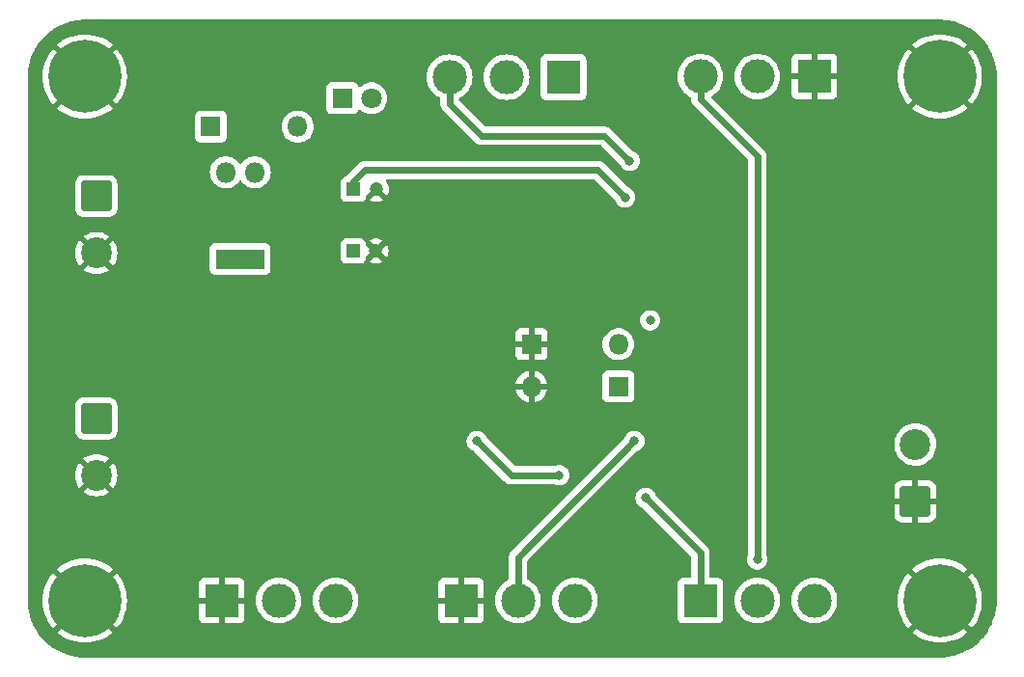
<source format=gbr>
%TF.GenerationSoftware,KiCad,Pcbnew,7.0.7*%
%TF.CreationDate,2024-01-15T18:38:01+01:00*%
%TF.ProjectId,MarshallGuvnor,4d617273-6861-46c6-9c47-75766e6f722e,rev?*%
%TF.SameCoordinates,Original*%
%TF.FileFunction,Copper,L4,Bot*%
%TF.FilePolarity,Positive*%
%FSLAX46Y46*%
G04 Gerber Fmt 4.6, Leading zero omitted, Abs format (unit mm)*
G04 Created by KiCad (PCBNEW 7.0.7) date 2024-01-15 18:38:01*
%MOMM*%
%LPD*%
G01*
G04 APERTURE LIST*
G04 Aperture macros list*
%AMRoundRect*
0 Rectangle with rounded corners*
0 $1 Rounding radius*
0 $2 $3 $4 $5 $6 $7 $8 $9 X,Y pos of 4 corners*
0 Add a 4 corners polygon primitive as box body*
4,1,4,$2,$3,$4,$5,$6,$7,$8,$9,$2,$3,0*
0 Add four circle primitives for the rounded corners*
1,1,$1+$1,$2,$3*
1,1,$1+$1,$4,$5*
1,1,$1+$1,$6,$7*
1,1,$1+$1,$8,$9*
0 Add four rect primitives between the rounded corners*
20,1,$1+$1,$2,$3,$4,$5,0*
20,1,$1+$1,$4,$5,$6,$7,0*
20,1,$1+$1,$6,$7,$8,$9,0*
20,1,$1+$1,$8,$9,$2,$3,0*%
G04 Aperture macros list end*
%TA.AperFunction,ComponentPad*%
%ADD10R,1.800000X1.800000*%
%TD*%
%TA.AperFunction,ComponentPad*%
%ADD11C,1.800000*%
%TD*%
%TA.AperFunction,ComponentPad*%
%ADD12R,3.000000X3.000000*%
%TD*%
%TA.AperFunction,ComponentPad*%
%ADD13C,3.000000*%
%TD*%
%TA.AperFunction,ComponentPad*%
%ADD14O,1.800000X1.800000*%
%TD*%
%TA.AperFunction,ComponentPad*%
%ADD15C,0.800000*%
%TD*%
%TA.AperFunction,ComponentPad*%
%ADD16C,6.400000*%
%TD*%
%TA.AperFunction,ComponentPad*%
%ADD17RoundRect,0.250001X-1.099999X1.099999X-1.099999X-1.099999X1.099999X-1.099999X1.099999X1.099999X0*%
%TD*%
%TA.AperFunction,ComponentPad*%
%ADD18C,2.700000*%
%TD*%
%TA.AperFunction,ComponentPad*%
%ADD19R,1.200000X1.200000*%
%TD*%
%TA.AperFunction,ComponentPad*%
%ADD20C,1.200000*%
%TD*%
%TA.AperFunction,ComponentPad*%
%ADD21R,2.800000X1.800000*%
%TD*%
%TA.AperFunction,ComponentPad*%
%ADD22RoundRect,0.250001X1.099999X-1.099999X1.099999X1.099999X-1.099999X1.099999X-1.099999X-1.099999X0*%
%TD*%
%TA.AperFunction,ViaPad*%
%ADD23C,0.800000*%
%TD*%
%TA.AperFunction,Conductor*%
%ADD24C,0.600000*%
%TD*%
G04 APERTURE END LIST*
D10*
%TO.P,D2,1,K*%
%TO.N,Net-(D2-K)*%
X127597500Y-106900000D03*
D11*
%TO.P,D2,2,A*%
%TO.N,+9V*%
X130137500Y-106900000D03*
%TD*%
D12*
%TO.P,RV3,1,1*%
%TO.N,GND*%
X138000000Y-151000000D03*
D13*
%TO.P,RV3,2,2*%
%TO.N,Net-(C13-Pad1)*%
X143000000Y-151000000D03*
%TO.P,RV3,3,3*%
%TO.N,Net-(R15-Pad2)*%
X148000000Y-151000000D03*
%TD*%
D10*
%TO.P,D1,1,K*%
%TO.N,+9V*%
X116055000Y-109400000D03*
D14*
%TO.P,D1,2,A*%
%TO.N,Net-(D1-A)*%
X123675000Y-109400000D03*
%TD*%
D15*
%TO.P,H3,1,1*%
%TO.N,GND*%
X102600000Y-151000000D03*
X103302944Y-149302944D03*
X103302944Y-152697056D03*
X105000000Y-148600000D03*
D16*
X105000000Y-151000000D03*
D15*
X105000000Y-153400000D03*
X106697056Y-149302944D03*
X106697056Y-152697056D03*
X107400000Y-151000000D03*
%TD*%
D17*
%TO.P,J1,1,Pin_1*%
%TO.N,Net-(J1-Pin_1)*%
X106000000Y-115500000D03*
D18*
%TO.P,J1,2,Pin_2*%
%TO.N,GND*%
X106000000Y-120500000D03*
%TD*%
D12*
%TO.P,RV1,1,1*%
%TO.N,Net-(U1A--)*%
X147000000Y-105050000D03*
D13*
%TO.P,RV1,2,2*%
%TO.N,Net-(C10-Pad2)*%
X142000000Y-105050000D03*
%TO.P,RV1,3,3*%
%TO.N,Net-(C7-Pad1)*%
X137000000Y-105050000D03*
%TD*%
D19*
%TO.P,C4,1*%
%TO.N,+4V*%
X128564901Y-114900000D03*
D20*
%TO.P,C4,2*%
%TO.N,GND*%
X130564901Y-114900000D03*
%TD*%
D15*
%TO.P,H4,1,1*%
%TO.N,GND*%
X177600000Y-151000000D03*
X178302944Y-149302944D03*
X178302944Y-152697056D03*
X180000000Y-148600000D03*
D16*
X180000000Y-151000000D03*
D15*
X180000000Y-153400000D03*
X181697056Y-149302944D03*
X181697056Y-152697056D03*
X182400000Y-151000000D03*
%TD*%
D12*
%TO.P,RV5,1,1*%
%TO.N,Net-(C17-Pad1)*%
X159000000Y-151000000D03*
D13*
%TO.P,RV5,2,2*%
%TO.N,MIX_OUT*%
X164000000Y-151000000D03*
%TO.P,RV5,3,3*%
%TO.N,Net-(C14-Pad1)*%
X169000000Y-151000000D03*
%TD*%
D17*
%TO.P,J2,1,Pin_1*%
%TO.N,Net-(J2-Pin_1)*%
X106000000Y-135000000D03*
D18*
%TO.P,J2,2,Pin_2*%
%TO.N,GND*%
X106000000Y-140000000D03*
%TD*%
D19*
%TO.P,C3,1*%
%TO.N,+9V*%
X128537500Y-120325000D03*
D20*
%TO.P,C3,2*%
%TO.N,GND*%
X130537500Y-120325000D03*
%TD*%
D12*
%TO.P,RV2,1,1*%
%TO.N,GND*%
X169000000Y-105000000D03*
D13*
%TO.P,RV2,2,2*%
%TO.N,Net-(R12-Pad1)*%
X164000000Y-105000000D03*
%TO.P,RV2,3,3*%
%TO.N,MIX_OUT*%
X159000000Y-105000000D03*
%TD*%
D15*
%TO.P,H1,1,1*%
%TO.N,GND*%
X102600000Y-105000000D03*
X103302944Y-103302944D03*
X103302944Y-106697056D03*
X105000000Y-102600000D03*
D16*
X105000000Y-105000000D03*
D15*
X105000000Y-107400000D03*
X106697056Y-103302944D03*
X106697056Y-106697056D03*
X107400000Y-105000000D03*
%TD*%
%TO.P,H2,1,1*%
%TO.N,GND*%
X177600000Y-105000000D03*
X178302944Y-103302944D03*
X178302944Y-106697056D03*
X180000000Y-102600000D03*
D16*
X180000000Y-105000000D03*
D15*
X180000000Y-107400000D03*
X181697056Y-103302944D03*
X181697056Y-106697056D03*
X182400000Y-105000000D03*
%TD*%
D12*
%TO.P,RV4,1,1*%
%TO.N,GND*%
X117000000Y-151000000D03*
D13*
%TO.P,RV4,2,2*%
%TO.N,Net-(C12-Pad1)*%
X122000000Y-151000000D03*
%TO.P,RV4,3,3*%
%TO.N,Net-(C17-Pad1)*%
X127000000Y-151000000D03*
%TD*%
D10*
%TO.P,Q1,1,D*%
%TO.N,Net-(J1-Pin_1)*%
X117367500Y-121020000D03*
D21*
X119407500Y-121020000D03*
D14*
%TO.P,Q1,2,G*%
%TO.N,Net-(D1-A)*%
X119907500Y-113400000D03*
%TO.P,Q1,3,S*%
%TO.N,+9V*%
X117367500Y-113400000D03*
%TD*%
D10*
%TO.P,D3,1,K*%
%TO.N,GND*%
X144190000Y-128500000D03*
D14*
%TO.P,D3,2,A*%
%TO.N,DISTORSION_OUT*%
X151810000Y-128500000D03*
%TD*%
D10*
%TO.P,D4,1,K*%
%TO.N,DISTORSION_OUT*%
X151810000Y-132200000D03*
D14*
%TO.P,D4,2,A*%
%TO.N,GND*%
X144190000Y-132200000D03*
%TD*%
D22*
%TO.P,J3,1,Pin_1*%
%TO.N,GND*%
X177861441Y-142299722D03*
D18*
%TO.P,J3,2,Pin_2*%
%TO.N,Net-(J3-Pin_2)*%
X177861441Y-137299722D03*
%TD*%
D23*
%TO.N,+4V*%
X152400000Y-115600000D03*
%TO.N,GND*%
X154600000Y-115600000D03*
X115000000Y-102400000D03*
X115000000Y-113600000D03*
X147000000Y-122200000D03*
%TO.N,+9V*%
X154600000Y-126400000D03*
%TO.N,MIX_OUT*%
X164000000Y-147400000D03*
%TO.N,Net-(C13-Pad1)*%
X153200000Y-137000000D03*
%TO.N,Net-(C7-Pad1)*%
X152800000Y-112400000D03*
%TO.N,Net-(C12-Pad2)*%
X139400000Y-137000000D03*
X146600000Y-140000000D03*
%TO.N,Net-(C17-Pad1)*%
X154200000Y-142000000D03*
%TD*%
D24*
%TO.N,+4V*%
X129600000Y-113200000D02*
X128564901Y-114235099D01*
X150000000Y-113200000D02*
X129600000Y-113200000D01*
X128564901Y-114235099D02*
X128564901Y-114900000D01*
X152400000Y-115600000D02*
X150000000Y-113200000D01*
%TO.N,MIX_OUT*%
X164000000Y-112000000D02*
X159000000Y-107000000D01*
X159000000Y-107000000D02*
X159000000Y-105000000D01*
X164000000Y-147400000D02*
X164000000Y-112000000D01*
%TO.N,Net-(C13-Pad1)*%
X143000000Y-147200000D02*
X143000000Y-151000000D01*
X153200000Y-137000000D02*
X143000000Y-147200000D01*
%TO.N,Net-(C7-Pad1)*%
X152800000Y-112400000D02*
X150600000Y-110200000D01*
X137000000Y-107400000D02*
X137000000Y-105050000D01*
X139800000Y-110200000D02*
X137000000Y-107400000D01*
X150600000Y-110200000D02*
X139800000Y-110200000D01*
%TO.N,Net-(C12-Pad2)*%
X146600000Y-140000000D02*
X142400000Y-140000000D01*
X142400000Y-140000000D02*
X139400000Y-137000000D01*
%TO.N,Net-(C17-Pad1)*%
X159000000Y-146800000D02*
X159000000Y-151000000D01*
X154200000Y-142000000D02*
X159000000Y-146800000D01*
%TD*%
%TA.AperFunction,Conductor*%
%TO.N,GND*%
G36*
X106392586Y-152039033D02*
G01*
X106621915Y-152268362D01*
X106655400Y-152329685D01*
X106650416Y-152399377D01*
X106608544Y-152455310D01*
X106603126Y-152459144D01*
X106516816Y-152516815D01*
X106516815Y-152516816D01*
X106459144Y-152603126D01*
X106405532Y-152647930D01*
X106336207Y-152656637D01*
X106273180Y-152626482D01*
X106268362Y-152621915D01*
X106039033Y-152392586D01*
X106005548Y-152331263D01*
X106010532Y-152261571D01*
X106046180Y-152210617D01*
X106134870Y-152134870D01*
X106210617Y-152046180D01*
X106269121Y-152007990D01*
X106338989Y-152007490D01*
X106392586Y-152039033D01*
G37*
%TD.AperFunction*%
%TA.AperFunction,Conductor*%
G36*
X103738428Y-152010531D02*
G01*
X103789381Y-152046179D01*
X103865130Y-152134870D01*
X103928855Y-152189296D01*
X103953816Y-152210615D01*
X103992009Y-152269122D01*
X103992507Y-152338990D01*
X103960965Y-152392586D01*
X103731636Y-152621915D01*
X103670313Y-152655400D01*
X103600621Y-152650416D01*
X103544688Y-152608544D01*
X103540853Y-152603124D01*
X103483184Y-152516816D01*
X103404892Y-152464503D01*
X103400489Y-152461561D01*
X103400488Y-152461560D01*
X103396873Y-152459145D01*
X103352068Y-152405533D01*
X103343361Y-152336208D01*
X103373515Y-152273180D01*
X103378083Y-152268362D01*
X103607413Y-152039032D01*
X103668736Y-152005547D01*
X103738428Y-152010531D01*
G37*
%TD.AperFunction*%
%TA.AperFunction,Conductor*%
G36*
X106399377Y-149349582D02*
G01*
X106455310Y-149391454D01*
X106459145Y-149396873D01*
X106461560Y-149400488D01*
X106461561Y-149400489D01*
X106510415Y-149473604D01*
X106516816Y-149483184D01*
X106603124Y-149540853D01*
X106647930Y-149594465D01*
X106656637Y-149663790D01*
X106626483Y-149726817D01*
X106621915Y-149731636D01*
X106392586Y-149960965D01*
X106331263Y-149994450D01*
X106261571Y-149989466D01*
X106210615Y-149953816D01*
X106178045Y-149915682D01*
X106134870Y-149865130D01*
X106046179Y-149789381D01*
X106007989Y-149730878D01*
X106007489Y-149661010D01*
X106039032Y-149607413D01*
X106268362Y-149378083D01*
X106329685Y-149344598D01*
X106399377Y-149349582D01*
G37*
%TD.AperFunction*%
%TA.AperFunction,Conductor*%
G36*
X103726818Y-149373516D02*
G01*
X103731637Y-149378084D01*
X103960966Y-149607413D01*
X103994451Y-149668736D01*
X103989467Y-149738428D01*
X103953817Y-149789384D01*
X103865130Y-149865130D01*
X103789384Y-149953817D01*
X103730877Y-149992010D01*
X103661009Y-149992508D01*
X103607413Y-149960966D01*
X103378084Y-149731637D01*
X103344599Y-149670314D01*
X103349583Y-149600622D01*
X103391455Y-149544689D01*
X103396874Y-149540854D01*
X103400487Y-149538439D01*
X103400489Y-149538439D01*
X103483184Y-149483184D01*
X103538439Y-149400489D01*
X103538439Y-149400487D01*
X103540854Y-149396874D01*
X103594466Y-149352069D01*
X103663791Y-149343362D01*
X103726818Y-149373516D01*
G37*
%TD.AperFunction*%
%TA.AperFunction,Conductor*%
G36*
X181392586Y-152039033D02*
G01*
X181621915Y-152268362D01*
X181655400Y-152329685D01*
X181650416Y-152399377D01*
X181608544Y-152455310D01*
X181603126Y-152459144D01*
X181516816Y-152516815D01*
X181516815Y-152516816D01*
X181459144Y-152603126D01*
X181405532Y-152647930D01*
X181336207Y-152656637D01*
X181273180Y-152626482D01*
X181268362Y-152621915D01*
X181039033Y-152392586D01*
X181005548Y-152331263D01*
X181010532Y-152261571D01*
X181046180Y-152210617D01*
X181134870Y-152134870D01*
X181210617Y-152046180D01*
X181269121Y-152007990D01*
X181338989Y-152007490D01*
X181392586Y-152039033D01*
G37*
%TD.AperFunction*%
%TA.AperFunction,Conductor*%
G36*
X178738428Y-152010531D02*
G01*
X178789381Y-152046179D01*
X178865130Y-152134870D01*
X178928855Y-152189296D01*
X178953816Y-152210615D01*
X178992009Y-152269122D01*
X178992507Y-152338990D01*
X178960965Y-152392586D01*
X178731636Y-152621915D01*
X178670313Y-152655400D01*
X178600621Y-152650416D01*
X178544688Y-152608544D01*
X178540853Y-152603124D01*
X178483184Y-152516816D01*
X178404892Y-152464503D01*
X178400489Y-152461561D01*
X178400488Y-152461560D01*
X178396873Y-152459145D01*
X178352068Y-152405533D01*
X178343361Y-152336208D01*
X178373515Y-152273180D01*
X178378083Y-152268362D01*
X178607413Y-152039032D01*
X178668736Y-152005547D01*
X178738428Y-152010531D01*
G37*
%TD.AperFunction*%
%TA.AperFunction,Conductor*%
G36*
X181399377Y-149349582D02*
G01*
X181455310Y-149391454D01*
X181459145Y-149396873D01*
X181461560Y-149400488D01*
X181461561Y-149400489D01*
X181510415Y-149473604D01*
X181516816Y-149483184D01*
X181603124Y-149540853D01*
X181647930Y-149594465D01*
X181656637Y-149663790D01*
X181626483Y-149726817D01*
X181621915Y-149731636D01*
X181392586Y-149960965D01*
X181331263Y-149994450D01*
X181261571Y-149989466D01*
X181210615Y-149953816D01*
X181178045Y-149915682D01*
X181134870Y-149865130D01*
X181046179Y-149789381D01*
X181007989Y-149730878D01*
X181007489Y-149661010D01*
X181039032Y-149607413D01*
X181268362Y-149378083D01*
X181329685Y-149344598D01*
X181399377Y-149349582D01*
G37*
%TD.AperFunction*%
%TA.AperFunction,Conductor*%
G36*
X178726818Y-149373516D02*
G01*
X178731637Y-149378084D01*
X178960966Y-149607413D01*
X178994451Y-149668736D01*
X178989467Y-149738428D01*
X178953817Y-149789384D01*
X178865130Y-149865130D01*
X178789384Y-149953817D01*
X178730877Y-149992010D01*
X178661009Y-149992508D01*
X178607413Y-149960966D01*
X178378084Y-149731637D01*
X178344599Y-149670314D01*
X178349583Y-149600622D01*
X178391455Y-149544689D01*
X178396874Y-149540854D01*
X178400487Y-149538439D01*
X178400489Y-149538439D01*
X178483184Y-149483184D01*
X178538439Y-149400489D01*
X178538439Y-149400487D01*
X178540854Y-149396874D01*
X178594466Y-149352069D01*
X178663791Y-149343362D01*
X178726818Y-149373516D01*
G37*
%TD.AperFunction*%
%TA.AperFunction,Conductor*%
G36*
X106392586Y-106039033D02*
G01*
X106621915Y-106268362D01*
X106655400Y-106329685D01*
X106650416Y-106399377D01*
X106608544Y-106455310D01*
X106603126Y-106459144D01*
X106516816Y-106516815D01*
X106516815Y-106516816D01*
X106459144Y-106603126D01*
X106405532Y-106647930D01*
X106336207Y-106656637D01*
X106273180Y-106626482D01*
X106268362Y-106621915D01*
X106039033Y-106392586D01*
X106005548Y-106331263D01*
X106010532Y-106261571D01*
X106046180Y-106210617D01*
X106134870Y-106134870D01*
X106210617Y-106046180D01*
X106269121Y-106007990D01*
X106338989Y-106007490D01*
X106392586Y-106039033D01*
G37*
%TD.AperFunction*%
%TA.AperFunction,Conductor*%
G36*
X103738428Y-106010531D02*
G01*
X103789381Y-106046179D01*
X103865130Y-106134870D01*
X103928855Y-106189296D01*
X103953816Y-106210615D01*
X103992009Y-106269122D01*
X103992507Y-106338990D01*
X103960965Y-106392586D01*
X103731636Y-106621915D01*
X103670313Y-106655400D01*
X103600621Y-106650416D01*
X103544688Y-106608544D01*
X103540853Y-106603124D01*
X103537346Y-106597876D01*
X103483184Y-106516816D01*
X103400489Y-106461561D01*
X103400488Y-106461560D01*
X103396873Y-106459145D01*
X103352068Y-106405533D01*
X103343361Y-106336208D01*
X103373515Y-106273180D01*
X103378083Y-106268362D01*
X103607413Y-106039032D01*
X103668736Y-106005547D01*
X103738428Y-106010531D01*
G37*
%TD.AperFunction*%
%TA.AperFunction,Conductor*%
G36*
X106399377Y-103349582D02*
G01*
X106455310Y-103391454D01*
X106459145Y-103396873D01*
X106461560Y-103400488D01*
X106461561Y-103400489D01*
X106516816Y-103483184D01*
X106595163Y-103535534D01*
X106603124Y-103540853D01*
X106647930Y-103594465D01*
X106656637Y-103663790D01*
X106626483Y-103726817D01*
X106621915Y-103731636D01*
X106392586Y-103960965D01*
X106331263Y-103994450D01*
X106261571Y-103989466D01*
X106210615Y-103953816D01*
X106178045Y-103915682D01*
X106134870Y-103865130D01*
X106046179Y-103789381D01*
X106007989Y-103730878D01*
X106007489Y-103661010D01*
X106039032Y-103607413D01*
X106268362Y-103378083D01*
X106329685Y-103344598D01*
X106399377Y-103349582D01*
G37*
%TD.AperFunction*%
%TA.AperFunction,Conductor*%
G36*
X103726818Y-103373516D02*
G01*
X103731637Y-103378084D01*
X103960966Y-103607413D01*
X103994451Y-103668736D01*
X103989467Y-103738428D01*
X103953817Y-103789384D01*
X103865130Y-103865130D01*
X103789384Y-103953817D01*
X103730877Y-103992010D01*
X103661009Y-103992508D01*
X103607413Y-103960966D01*
X103378084Y-103731637D01*
X103344599Y-103670314D01*
X103349583Y-103600622D01*
X103391455Y-103544689D01*
X103396874Y-103540854D01*
X103400487Y-103538439D01*
X103400489Y-103538439D01*
X103483184Y-103483184D01*
X103538439Y-103400489D01*
X103538439Y-103400487D01*
X103540854Y-103396874D01*
X103594466Y-103352069D01*
X103663791Y-103343362D01*
X103726818Y-103373516D01*
G37*
%TD.AperFunction*%
%TA.AperFunction,Conductor*%
G36*
X181392586Y-106039033D02*
G01*
X181621915Y-106268362D01*
X181655400Y-106329685D01*
X181650416Y-106399377D01*
X181608544Y-106455310D01*
X181603126Y-106459144D01*
X181516816Y-106516815D01*
X181516815Y-106516816D01*
X181459144Y-106603126D01*
X181405532Y-106647930D01*
X181336207Y-106656637D01*
X181273180Y-106626482D01*
X181268362Y-106621915D01*
X181039033Y-106392586D01*
X181005548Y-106331263D01*
X181010532Y-106261571D01*
X181046180Y-106210617D01*
X181134870Y-106134870D01*
X181210617Y-106046180D01*
X181269121Y-106007990D01*
X181338989Y-106007490D01*
X181392586Y-106039033D01*
G37*
%TD.AperFunction*%
%TA.AperFunction,Conductor*%
G36*
X178738428Y-106010531D02*
G01*
X178789381Y-106046179D01*
X178865130Y-106134870D01*
X178928855Y-106189296D01*
X178953816Y-106210615D01*
X178992009Y-106269122D01*
X178992507Y-106338990D01*
X178960965Y-106392586D01*
X178731636Y-106621915D01*
X178670313Y-106655400D01*
X178600621Y-106650416D01*
X178544688Y-106608544D01*
X178540853Y-106603124D01*
X178537346Y-106597876D01*
X178483184Y-106516816D01*
X178400489Y-106461561D01*
X178400488Y-106461560D01*
X178396873Y-106459145D01*
X178352068Y-106405533D01*
X178343361Y-106336208D01*
X178373515Y-106273180D01*
X178378083Y-106268362D01*
X178607413Y-106039032D01*
X178668736Y-106005547D01*
X178738428Y-106010531D01*
G37*
%TD.AperFunction*%
%TA.AperFunction,Conductor*%
G36*
X181399377Y-103349582D02*
G01*
X181455310Y-103391454D01*
X181459145Y-103396873D01*
X181461560Y-103400488D01*
X181461561Y-103400489D01*
X181516816Y-103483184D01*
X181595163Y-103535534D01*
X181603124Y-103540853D01*
X181647930Y-103594465D01*
X181656637Y-103663790D01*
X181626483Y-103726817D01*
X181621915Y-103731636D01*
X181392586Y-103960965D01*
X181331263Y-103994450D01*
X181261571Y-103989466D01*
X181210615Y-103953816D01*
X181178045Y-103915682D01*
X181134870Y-103865130D01*
X181046179Y-103789381D01*
X181007989Y-103730878D01*
X181007489Y-103661010D01*
X181039032Y-103607413D01*
X181268362Y-103378083D01*
X181329685Y-103344598D01*
X181399377Y-103349582D01*
G37*
%TD.AperFunction*%
%TA.AperFunction,Conductor*%
G36*
X178726818Y-103373516D02*
G01*
X178731637Y-103378084D01*
X178960966Y-103607413D01*
X178994451Y-103668736D01*
X178989467Y-103738428D01*
X178953817Y-103789384D01*
X178865130Y-103865130D01*
X178789384Y-103953817D01*
X178730877Y-103992010D01*
X178661009Y-103992508D01*
X178607413Y-103960966D01*
X178378084Y-103731637D01*
X178344599Y-103670314D01*
X178349583Y-103600622D01*
X178391455Y-103544689D01*
X178396874Y-103540854D01*
X178400487Y-103538439D01*
X178400489Y-103538439D01*
X178483184Y-103483184D01*
X178538439Y-103400489D01*
X178538439Y-103400487D01*
X178540854Y-103396874D01*
X178594466Y-103352069D01*
X178663791Y-103343362D01*
X178726818Y-103373516D01*
G37*
%TD.AperFunction*%
%TA.AperFunction,Conductor*%
G36*
X180217318Y-100009488D02*
G01*
X180415934Y-100018160D01*
X180420865Y-100018574D01*
X180636792Y-100045489D01*
X180832940Y-100071313D01*
X180837265Y-100071883D01*
X180841894Y-100072671D01*
X181054183Y-100117183D01*
X181252534Y-100161157D01*
X181256778Y-100162257D01*
X181464544Y-100224112D01*
X181658658Y-100285317D01*
X181662530Y-100286680D01*
X181864457Y-100365472D01*
X182052817Y-100443494D01*
X182056252Y-100445045D01*
X182131343Y-100481755D01*
X182250992Y-100540249D01*
X182388629Y-100611897D01*
X182432009Y-100634479D01*
X182435107Y-100636207D01*
X182621382Y-100747202D01*
X182793662Y-100856957D01*
X182796377Y-100858789D01*
X182972918Y-100984837D01*
X183135098Y-101109282D01*
X183137426Y-101111159D01*
X183303055Y-101251439D01*
X183454895Y-101390574D01*
X183609424Y-101545103D01*
X183748555Y-101696938D01*
X183763008Y-101714003D01*
X183888839Y-101862572D01*
X183890716Y-101864900D01*
X184015162Y-102027081D01*
X184141209Y-102203621D01*
X184143040Y-102206335D01*
X184252797Y-102378617D01*
X184363791Y-102564891D01*
X184365525Y-102568000D01*
X184459750Y-102749007D01*
X184502033Y-102835495D01*
X184554953Y-102943744D01*
X184556524Y-102947229D01*
X184634536Y-103135566D01*
X184713309Y-103337445D01*
X184714681Y-103341340D01*
X184775899Y-103535496D01*
X184837735Y-103743200D01*
X184838843Y-103747472D01*
X184882818Y-103945826D01*
X184927326Y-104158101D01*
X184928115Y-104162733D01*
X184954524Y-104363319D01*
X184981422Y-104579114D01*
X184981839Y-104584080D01*
X184990513Y-104782728D01*
X184999500Y-105000000D01*
X184999500Y-151000000D01*
X184990513Y-151217271D01*
X184981839Y-151415918D01*
X184981422Y-151420884D01*
X184954524Y-151636680D01*
X184928115Y-151837265D01*
X184927326Y-151841897D01*
X184882818Y-152054173D01*
X184838843Y-152252526D01*
X184837735Y-152256798D01*
X184775899Y-152464503D01*
X184714681Y-152658658D01*
X184713309Y-152662552D01*
X184634536Y-152864433D01*
X184556524Y-153052769D01*
X184554944Y-153056274D01*
X184459750Y-153250992D01*
X184365525Y-153431998D01*
X184363791Y-153435107D01*
X184252797Y-153621382D01*
X184143040Y-153793663D01*
X184141209Y-153796377D01*
X184015162Y-153972918D01*
X183890716Y-154135099D01*
X183888839Y-154137426D01*
X183748557Y-154303059D01*
X183609426Y-154454895D01*
X183454895Y-154609426D01*
X183303059Y-154748557D01*
X183137426Y-154888839D01*
X183135099Y-154890716D01*
X182972918Y-155015162D01*
X182796377Y-155141209D01*
X182793663Y-155143040D01*
X182621382Y-155252797D01*
X182435107Y-155363791D01*
X182431998Y-155365525D01*
X182250992Y-155459750D01*
X182056274Y-155554944D01*
X182052769Y-155556524D01*
X181864433Y-155634536D01*
X181662552Y-155713309D01*
X181658658Y-155714681D01*
X181464503Y-155775899D01*
X181256798Y-155837735D01*
X181252526Y-155838843D01*
X181054173Y-155882818D01*
X180841897Y-155927326D01*
X180837265Y-155928115D01*
X180636680Y-155954524D01*
X180420884Y-155981422D01*
X180415918Y-155981839D01*
X180217271Y-155990513D01*
X180000000Y-155999500D01*
X105000000Y-155999500D01*
X104782728Y-155990513D01*
X104584080Y-155981839D01*
X104579114Y-155981422D01*
X104363319Y-155954524D01*
X104162733Y-155928115D01*
X104158101Y-155927326D01*
X103945826Y-155882818D01*
X103747472Y-155838843D01*
X103743200Y-155837735D01*
X103535496Y-155775899D01*
X103341340Y-155714681D01*
X103337445Y-155713309D01*
X103135566Y-155634536D01*
X102947229Y-155556524D01*
X102943744Y-155554953D01*
X102884503Y-155525992D01*
X102749007Y-155459750D01*
X102568000Y-155365525D01*
X102564891Y-155363791D01*
X102378617Y-155252797D01*
X102206335Y-155143040D01*
X102203621Y-155141209D01*
X102027081Y-155015162D01*
X101864900Y-154890716D01*
X101862572Y-154888839D01*
X101696940Y-154748557D01*
X101649491Y-154705078D01*
X101545103Y-154609424D01*
X101390574Y-154454895D01*
X101251439Y-154303055D01*
X101111159Y-154137426D01*
X101109282Y-154135098D01*
X100984837Y-153972918D01*
X100858789Y-153796377D01*
X100856957Y-153793662D01*
X100747202Y-153621382D01*
X100636207Y-153435107D01*
X100634473Y-153431998D01*
X100540249Y-153250992D01*
X100476664Y-153120929D01*
X100445045Y-153056252D01*
X100443494Y-153052817D01*
X100365463Y-152864433D01*
X100286680Y-152662530D01*
X100285317Y-152658658D01*
X100282718Y-152650416D01*
X100224100Y-152464503D01*
X100162257Y-152256778D01*
X100161155Y-152252526D01*
X100151863Y-152210614D01*
X100117175Y-152054145D01*
X100115505Y-152046182D01*
X100072671Y-151841894D01*
X100071883Y-151837265D01*
X100055610Y-151713658D01*
X100045489Y-151636791D01*
X100018574Y-151420865D01*
X100018160Y-151415934D01*
X100009486Y-151217271D01*
X100000500Y-151000000D01*
X101294922Y-151000000D01*
X101315219Y-151387287D01*
X101375886Y-151770323D01*
X101375887Y-151770330D01*
X101476262Y-152144936D01*
X101615244Y-152506994D01*
X101791310Y-152852543D01*
X102002531Y-153177793D01*
X102211095Y-153435350D01*
X102211096Y-153435350D01*
X102874250Y-152772195D01*
X102935573Y-152738710D01*
X103005264Y-152743694D01*
X103061198Y-152785565D01*
X103065033Y-152790985D01*
X103067448Y-152794600D01*
X103067449Y-152794601D01*
X103109508Y-152857547D01*
X103122704Y-152877296D01*
X103209012Y-152934965D01*
X103253818Y-152988577D01*
X103262525Y-153057902D01*
X103232371Y-153120929D01*
X103227803Y-153125748D01*
X102564648Y-153788902D01*
X102564649Y-153788904D01*
X102822206Y-153997468D01*
X103147456Y-154208689D01*
X103493005Y-154384755D01*
X103855063Y-154523737D01*
X104229669Y-154624112D01*
X104229676Y-154624113D01*
X104612712Y-154684780D01*
X104999999Y-154705078D01*
X105000001Y-154705078D01*
X105387287Y-154684780D01*
X105770323Y-154624113D01*
X105770330Y-154624112D01*
X106144936Y-154523737D01*
X106506994Y-154384755D01*
X106852543Y-154208689D01*
X107177783Y-153997476D01*
X107177785Y-153997475D01*
X107435349Y-153788902D01*
X106772196Y-153125749D01*
X106738711Y-153064426D01*
X106743695Y-152994734D01*
X106785567Y-152938801D01*
X106790986Y-152934966D01*
X106794599Y-152932551D01*
X106794601Y-152932551D01*
X106877296Y-152877296D01*
X106932551Y-152794601D01*
X106932551Y-152794599D01*
X106934966Y-152790986D01*
X106988578Y-152746181D01*
X107057903Y-152737474D01*
X107120930Y-152767628D01*
X107125749Y-152772196D01*
X107788902Y-153435349D01*
X107997475Y-153177785D01*
X107997476Y-153177783D01*
X108208689Y-152852543D01*
X108363941Y-152547844D01*
X115000000Y-152547844D01*
X115006401Y-152607372D01*
X115006403Y-152607379D01*
X115056645Y-152742086D01*
X115056649Y-152742093D01*
X115142809Y-152857187D01*
X115142812Y-152857190D01*
X115257906Y-152943350D01*
X115257913Y-152943354D01*
X115392620Y-152993596D01*
X115392627Y-152993598D01*
X115452155Y-152999999D01*
X115452172Y-153000000D01*
X116750000Y-153000000D01*
X116750000Y-151713658D01*
X116769685Y-151646619D01*
X116822489Y-151600864D01*
X116890184Y-151590719D01*
X116960677Y-151600000D01*
X116960684Y-151600000D01*
X117039316Y-151600000D01*
X117039323Y-151600000D01*
X117109815Y-151590719D01*
X117178849Y-151601484D01*
X117231105Y-151647864D01*
X117250000Y-151713658D01*
X117250000Y-153000000D01*
X118547828Y-153000000D01*
X118547844Y-152999999D01*
X118607372Y-152993598D01*
X118607379Y-152993596D01*
X118742086Y-152943354D01*
X118742093Y-152943350D01*
X118857187Y-152857190D01*
X118857190Y-152857187D01*
X118943350Y-152742093D01*
X118943354Y-152742086D01*
X118993596Y-152607379D01*
X118993598Y-152607372D01*
X118999999Y-152547844D01*
X119000000Y-152547827D01*
X119000000Y-151250000D01*
X117713658Y-151250000D01*
X117646619Y-151230315D01*
X117600864Y-151177511D01*
X117590719Y-151109816D01*
X117605177Y-151000000D01*
X119994390Y-151000000D01*
X120014804Y-151285433D01*
X120075628Y-151565037D01*
X120075630Y-151565043D01*
X120075631Y-151565046D01*
X120175633Y-151833161D01*
X120175635Y-151833166D01*
X120312770Y-152084309D01*
X120312775Y-152084317D01*
X120484254Y-152313387D01*
X120484270Y-152313405D01*
X120686594Y-152515729D01*
X120686612Y-152515745D01*
X120915682Y-152687224D01*
X120915690Y-152687229D01*
X121166833Y-152824364D01*
X121166832Y-152824364D01*
X121166836Y-152824365D01*
X121166839Y-152824367D01*
X121434954Y-152924369D01*
X121434960Y-152924370D01*
X121434962Y-152924371D01*
X121714566Y-152985195D01*
X121714568Y-152985195D01*
X121714572Y-152985196D01*
X121968220Y-153003337D01*
X121999999Y-153005610D01*
X122000000Y-153005610D01*
X122000001Y-153005610D01*
X122028595Y-153003564D01*
X122285428Y-152985196D01*
X122460756Y-152947056D01*
X122565037Y-152924371D01*
X122565037Y-152924370D01*
X122565046Y-152924369D01*
X122833161Y-152824367D01*
X123084315Y-152687226D01*
X123313395Y-152515739D01*
X123515739Y-152313395D01*
X123687226Y-152084315D01*
X123824367Y-151833161D01*
X123924369Y-151565046D01*
X123954198Y-151427925D01*
X123985195Y-151285433D01*
X123985195Y-151285432D01*
X123985196Y-151285428D01*
X124005610Y-151000000D01*
X124994390Y-151000000D01*
X125014804Y-151285433D01*
X125075628Y-151565037D01*
X125075630Y-151565043D01*
X125075631Y-151565046D01*
X125175633Y-151833161D01*
X125175635Y-151833166D01*
X125312770Y-152084309D01*
X125312775Y-152084317D01*
X125484254Y-152313387D01*
X125484270Y-152313405D01*
X125686594Y-152515729D01*
X125686612Y-152515745D01*
X125915682Y-152687224D01*
X125915690Y-152687229D01*
X126166833Y-152824364D01*
X126166832Y-152824364D01*
X126166836Y-152824365D01*
X126166839Y-152824367D01*
X126434954Y-152924369D01*
X126434960Y-152924370D01*
X126434962Y-152924371D01*
X126714566Y-152985195D01*
X126714568Y-152985195D01*
X126714572Y-152985196D01*
X126968220Y-153003337D01*
X126999999Y-153005610D01*
X127000000Y-153005610D01*
X127000001Y-153005610D01*
X127028595Y-153003564D01*
X127285428Y-152985196D01*
X127460756Y-152947056D01*
X127565037Y-152924371D01*
X127565037Y-152924370D01*
X127565046Y-152924369D01*
X127833161Y-152824367D01*
X128084315Y-152687226D01*
X128270508Y-152547844D01*
X136000000Y-152547844D01*
X136006401Y-152607372D01*
X136006403Y-152607379D01*
X136056645Y-152742086D01*
X136056649Y-152742093D01*
X136142809Y-152857187D01*
X136142812Y-152857190D01*
X136257906Y-152943350D01*
X136257913Y-152943354D01*
X136392620Y-152993596D01*
X136392627Y-152993598D01*
X136452155Y-152999999D01*
X136452172Y-153000000D01*
X137750000Y-153000000D01*
X137750000Y-151713658D01*
X137769685Y-151646619D01*
X137822489Y-151600864D01*
X137890184Y-151590719D01*
X137960677Y-151600000D01*
X137960684Y-151600000D01*
X138039316Y-151600000D01*
X138039323Y-151600000D01*
X138109815Y-151590719D01*
X138178849Y-151601484D01*
X138231105Y-151647864D01*
X138250000Y-151713658D01*
X138250000Y-153000000D01*
X139547828Y-153000000D01*
X139547844Y-152999999D01*
X139607372Y-152993598D01*
X139607379Y-152993596D01*
X139742086Y-152943354D01*
X139742093Y-152943350D01*
X139857187Y-152857190D01*
X139857190Y-152857187D01*
X139943350Y-152742093D01*
X139943354Y-152742086D01*
X139993596Y-152607379D01*
X139993598Y-152607372D01*
X139999999Y-152547844D01*
X140000000Y-152547827D01*
X140000000Y-151250000D01*
X138713658Y-151250000D01*
X138646619Y-151230315D01*
X138600864Y-151177511D01*
X138590719Y-151109816D01*
X138605177Y-151000000D01*
X140994390Y-151000000D01*
X141014804Y-151285433D01*
X141075628Y-151565037D01*
X141075630Y-151565043D01*
X141075631Y-151565046D01*
X141175633Y-151833161D01*
X141175635Y-151833166D01*
X141312770Y-152084309D01*
X141312775Y-152084317D01*
X141484254Y-152313387D01*
X141484270Y-152313405D01*
X141686594Y-152515729D01*
X141686612Y-152515745D01*
X141915682Y-152687224D01*
X141915690Y-152687229D01*
X142166833Y-152824364D01*
X142166832Y-152824364D01*
X142166836Y-152824365D01*
X142166839Y-152824367D01*
X142434954Y-152924369D01*
X142434960Y-152924370D01*
X142434962Y-152924371D01*
X142714566Y-152985195D01*
X142714568Y-152985195D01*
X142714572Y-152985196D01*
X142968220Y-153003337D01*
X142999999Y-153005610D01*
X143000000Y-153005610D01*
X143000001Y-153005610D01*
X143028595Y-153003564D01*
X143285428Y-152985196D01*
X143460756Y-152947056D01*
X143565037Y-152924371D01*
X143565037Y-152924370D01*
X143565046Y-152924369D01*
X143833161Y-152824367D01*
X144084315Y-152687226D01*
X144313395Y-152515739D01*
X144515739Y-152313395D01*
X144687226Y-152084315D01*
X144824367Y-151833161D01*
X144924369Y-151565046D01*
X144954198Y-151427925D01*
X144985195Y-151285433D01*
X144985195Y-151285432D01*
X144985196Y-151285428D01*
X145005610Y-151000000D01*
X145994390Y-151000000D01*
X146014804Y-151285433D01*
X146075628Y-151565037D01*
X146075630Y-151565043D01*
X146075631Y-151565046D01*
X146175633Y-151833161D01*
X146175635Y-151833166D01*
X146312770Y-152084309D01*
X146312775Y-152084317D01*
X146484254Y-152313387D01*
X146484270Y-152313405D01*
X146686594Y-152515729D01*
X146686612Y-152515745D01*
X146915682Y-152687224D01*
X146915690Y-152687229D01*
X147166833Y-152824364D01*
X147166832Y-152824364D01*
X147166836Y-152824365D01*
X147166839Y-152824367D01*
X147434954Y-152924369D01*
X147434960Y-152924370D01*
X147434962Y-152924371D01*
X147714566Y-152985195D01*
X147714568Y-152985195D01*
X147714572Y-152985196D01*
X147968220Y-153003337D01*
X147999999Y-153005610D01*
X148000000Y-153005610D01*
X148000001Y-153005610D01*
X148028595Y-153003564D01*
X148285428Y-152985196D01*
X148460756Y-152947056D01*
X148565037Y-152924371D01*
X148565037Y-152924370D01*
X148565046Y-152924369D01*
X148833161Y-152824367D01*
X149084315Y-152687226D01*
X149313395Y-152515739D01*
X149515739Y-152313395D01*
X149687226Y-152084315D01*
X149824367Y-151833161D01*
X149924369Y-151565046D01*
X149954198Y-151427925D01*
X149985195Y-151285433D01*
X149985195Y-151285432D01*
X149985196Y-151285428D01*
X150005610Y-151000000D01*
X149985196Y-150714572D01*
X149933276Y-150475901D01*
X149924371Y-150434962D01*
X149924370Y-150434960D01*
X149924369Y-150434954D01*
X149824367Y-150166839D01*
X149711951Y-149960966D01*
X149687229Y-149915690D01*
X149687224Y-149915682D01*
X149515745Y-149686612D01*
X149515729Y-149686594D01*
X149313405Y-149484270D01*
X149313387Y-149484254D01*
X149084317Y-149312775D01*
X149084309Y-149312770D01*
X148833166Y-149175635D01*
X148833167Y-149175635D01*
X148588087Y-149084225D01*
X148565046Y-149075631D01*
X148565043Y-149075630D01*
X148565037Y-149075628D01*
X148285433Y-149014804D01*
X148000001Y-148994390D01*
X147999999Y-148994390D01*
X147714566Y-149014804D01*
X147434962Y-149075628D01*
X147166833Y-149175635D01*
X146915690Y-149312770D01*
X146915682Y-149312775D01*
X146686612Y-149484254D01*
X146686594Y-149484270D01*
X146484270Y-149686594D01*
X146484254Y-149686612D01*
X146312775Y-149915682D01*
X146312770Y-149915690D01*
X146175635Y-150166833D01*
X146075628Y-150434962D01*
X146014804Y-150714566D01*
X145994390Y-150999998D01*
X145994390Y-151000000D01*
X145005610Y-151000000D01*
X144985196Y-150714572D01*
X144933276Y-150475901D01*
X144924371Y-150434962D01*
X144924370Y-150434960D01*
X144924369Y-150434954D01*
X144824367Y-150166839D01*
X144711951Y-149960966D01*
X144687229Y-149915690D01*
X144687224Y-149915682D01*
X144515745Y-149686612D01*
X144515729Y-149686594D01*
X144313405Y-149484270D01*
X144313387Y-149484254D01*
X144084317Y-149312775D01*
X144084309Y-149312770D01*
X143865073Y-149193057D01*
X143815668Y-149143651D01*
X143800500Y-149084225D01*
X143800500Y-147582939D01*
X143820185Y-147515900D01*
X143836814Y-147495263D01*
X149332076Y-142000000D01*
X153294540Y-142000000D01*
X153314326Y-142188256D01*
X153314327Y-142188259D01*
X153372818Y-142368277D01*
X153372821Y-142368284D01*
X153467467Y-142532216D01*
X153594128Y-142672887D01*
X153594129Y-142672888D01*
X153747265Y-142784148D01*
X153747270Y-142784151D01*
X153915190Y-142858915D01*
X153952435Y-142884513D01*
X158163181Y-147095259D01*
X158196666Y-147156582D01*
X158199500Y-147182940D01*
X158199500Y-148875500D01*
X158179815Y-148942539D01*
X158127011Y-148988294D01*
X158075500Y-148999500D01*
X157452129Y-148999500D01*
X157452123Y-148999501D01*
X157392516Y-149005908D01*
X157257671Y-149056202D01*
X157257664Y-149056206D01*
X157142455Y-149142452D01*
X157142452Y-149142455D01*
X157056206Y-149257664D01*
X157056202Y-149257671D01*
X157005908Y-149392517D01*
X156999501Y-149452116D01*
X156999501Y-149452123D01*
X156999500Y-149452135D01*
X156999500Y-152547870D01*
X156999501Y-152547876D01*
X157005908Y-152607483D01*
X157056202Y-152742328D01*
X157056206Y-152742335D01*
X157142452Y-152857544D01*
X157142455Y-152857547D01*
X157257664Y-152943793D01*
X157257671Y-152943797D01*
X157392517Y-152994091D01*
X157392516Y-152994091D01*
X157399444Y-152994835D01*
X157452127Y-153000500D01*
X160547872Y-153000499D01*
X160607483Y-152994091D01*
X160742331Y-152943796D01*
X160857546Y-152857546D01*
X160943796Y-152742331D01*
X160994091Y-152607483D01*
X161000500Y-152547873D01*
X161000499Y-151000000D01*
X161994390Y-151000000D01*
X162014804Y-151285433D01*
X162075628Y-151565037D01*
X162075630Y-151565043D01*
X162075631Y-151565046D01*
X162175633Y-151833161D01*
X162175635Y-151833166D01*
X162312770Y-152084309D01*
X162312775Y-152084317D01*
X162484254Y-152313387D01*
X162484270Y-152313405D01*
X162686594Y-152515729D01*
X162686612Y-152515745D01*
X162915682Y-152687224D01*
X162915690Y-152687229D01*
X163166833Y-152824364D01*
X163166832Y-152824364D01*
X163166836Y-152824365D01*
X163166839Y-152824367D01*
X163434954Y-152924369D01*
X163434960Y-152924370D01*
X163434962Y-152924371D01*
X163714566Y-152985195D01*
X163714568Y-152985195D01*
X163714572Y-152985196D01*
X163968220Y-153003337D01*
X163999999Y-153005610D01*
X164000000Y-153005610D01*
X164000001Y-153005610D01*
X164028595Y-153003564D01*
X164285428Y-152985196D01*
X164460756Y-152947056D01*
X164565037Y-152924371D01*
X164565037Y-152924370D01*
X164565046Y-152924369D01*
X164833161Y-152824367D01*
X165084315Y-152687226D01*
X165313395Y-152515739D01*
X165515739Y-152313395D01*
X165687226Y-152084315D01*
X165824367Y-151833161D01*
X165924369Y-151565046D01*
X165954198Y-151427925D01*
X165985195Y-151285433D01*
X165985195Y-151285432D01*
X165985196Y-151285428D01*
X166005610Y-151000000D01*
X166994390Y-151000000D01*
X167014804Y-151285433D01*
X167075628Y-151565037D01*
X167075630Y-151565043D01*
X167075631Y-151565046D01*
X167175633Y-151833161D01*
X167175635Y-151833166D01*
X167312770Y-152084309D01*
X167312775Y-152084317D01*
X167484254Y-152313387D01*
X167484270Y-152313405D01*
X167686594Y-152515729D01*
X167686612Y-152515745D01*
X167915682Y-152687224D01*
X167915690Y-152687229D01*
X168166833Y-152824364D01*
X168166832Y-152824364D01*
X168166836Y-152824365D01*
X168166839Y-152824367D01*
X168434954Y-152924369D01*
X168434960Y-152924370D01*
X168434962Y-152924371D01*
X168714566Y-152985195D01*
X168714568Y-152985195D01*
X168714572Y-152985196D01*
X168968220Y-153003337D01*
X168999999Y-153005610D01*
X169000000Y-153005610D01*
X169000001Y-153005610D01*
X169028595Y-153003564D01*
X169285428Y-152985196D01*
X169460756Y-152947056D01*
X169565037Y-152924371D01*
X169565037Y-152924370D01*
X169565046Y-152924369D01*
X169833161Y-152824367D01*
X170084315Y-152687226D01*
X170313395Y-152515739D01*
X170515739Y-152313395D01*
X170687226Y-152084315D01*
X170824367Y-151833161D01*
X170924369Y-151565046D01*
X170954198Y-151427925D01*
X170985195Y-151285433D01*
X170985195Y-151285432D01*
X170985196Y-151285428D01*
X171005610Y-151000000D01*
X176294922Y-151000000D01*
X176315219Y-151387287D01*
X176375886Y-151770323D01*
X176375887Y-151770330D01*
X176476262Y-152144936D01*
X176615244Y-152506994D01*
X176791310Y-152852543D01*
X177002531Y-153177793D01*
X177211095Y-153435350D01*
X177211096Y-153435350D01*
X177874250Y-152772195D01*
X177935573Y-152738710D01*
X178005264Y-152743694D01*
X178061198Y-152785565D01*
X178065033Y-152790985D01*
X178067448Y-152794600D01*
X178067449Y-152794601D01*
X178109508Y-152857547D01*
X178122704Y-152877296D01*
X178209012Y-152934965D01*
X178253818Y-152988577D01*
X178262525Y-153057902D01*
X178232371Y-153120929D01*
X178227803Y-153125748D01*
X177564648Y-153788902D01*
X177564649Y-153788904D01*
X177822206Y-153997468D01*
X178147456Y-154208689D01*
X178493005Y-154384755D01*
X178855063Y-154523737D01*
X179229669Y-154624112D01*
X179229676Y-154624113D01*
X179612712Y-154684780D01*
X179999999Y-154705078D01*
X180000001Y-154705078D01*
X180387287Y-154684780D01*
X180770323Y-154624113D01*
X180770330Y-154624112D01*
X181144936Y-154523737D01*
X181506994Y-154384755D01*
X181852543Y-154208689D01*
X182177783Y-153997476D01*
X182177785Y-153997475D01*
X182435349Y-153788902D01*
X181772196Y-153125749D01*
X181738711Y-153064426D01*
X181743695Y-152994734D01*
X181785567Y-152938801D01*
X181790986Y-152934966D01*
X181794599Y-152932551D01*
X181794601Y-152932551D01*
X181877296Y-152877296D01*
X181932551Y-152794601D01*
X181932551Y-152794599D01*
X181934966Y-152790986D01*
X181988578Y-152746181D01*
X182057903Y-152737474D01*
X182120930Y-152767628D01*
X182125749Y-152772196D01*
X182788902Y-153435349D01*
X182997475Y-153177785D01*
X182997476Y-153177783D01*
X183208689Y-152852543D01*
X183384755Y-152506994D01*
X183523737Y-152144936D01*
X183624112Y-151770330D01*
X183624113Y-151770323D01*
X183684780Y-151387287D01*
X183705078Y-151000000D01*
X183705078Y-150999999D01*
X183684780Y-150612712D01*
X183624113Y-150229676D01*
X183624112Y-150229669D01*
X183523737Y-149855063D01*
X183384755Y-149493005D01*
X183208689Y-149147456D01*
X182997468Y-148822206D01*
X182788904Y-148564649D01*
X182788902Y-148564648D01*
X182125748Y-149227803D01*
X182064425Y-149261288D01*
X181994733Y-149256304D01*
X181938800Y-149214432D01*
X181934965Y-149209012D01*
X181890492Y-149142454D01*
X181877296Y-149122704D01*
X181794601Y-149067449D01*
X181794600Y-149067448D01*
X181790985Y-149065033D01*
X181746180Y-149011421D01*
X181737473Y-148942096D01*
X181767627Y-148879068D01*
X181772195Y-148874250D01*
X182435350Y-148211096D01*
X182435350Y-148211095D01*
X182177793Y-148002531D01*
X181852543Y-147791310D01*
X181506994Y-147615244D01*
X181144936Y-147476262D01*
X180770330Y-147375887D01*
X180770323Y-147375886D01*
X180387287Y-147315219D01*
X180000001Y-147294922D01*
X179999999Y-147294922D01*
X179612712Y-147315219D01*
X179229676Y-147375886D01*
X179229669Y-147375887D01*
X178855063Y-147476262D01*
X178493005Y-147615244D01*
X178147456Y-147791310D01*
X177822206Y-148002531D01*
X177564648Y-148211095D01*
X177564648Y-148211096D01*
X178227803Y-148874251D01*
X178261288Y-148935574D01*
X178256304Y-149005266D01*
X178214432Y-149061199D01*
X178209013Y-149065034D01*
X178122704Y-149122704D01*
X178065034Y-149209013D01*
X178011422Y-149253818D01*
X177942097Y-149262525D01*
X177879069Y-149232370D01*
X177874251Y-149227803D01*
X177211096Y-148564648D01*
X177211095Y-148564648D01*
X177002531Y-148822206D01*
X176791310Y-149147456D01*
X176615244Y-149493005D01*
X176476262Y-149855063D01*
X176375887Y-150229669D01*
X176375886Y-150229676D01*
X176315219Y-150612712D01*
X176294922Y-150999999D01*
X176294922Y-151000000D01*
X171005610Y-151000000D01*
X170985196Y-150714572D01*
X170933276Y-150475901D01*
X170924371Y-150434962D01*
X170924370Y-150434960D01*
X170924369Y-150434954D01*
X170824367Y-150166839D01*
X170711951Y-149960966D01*
X170687229Y-149915690D01*
X170687224Y-149915682D01*
X170515745Y-149686612D01*
X170515729Y-149686594D01*
X170313405Y-149484270D01*
X170313387Y-149484254D01*
X170084317Y-149312775D01*
X170084309Y-149312770D01*
X169833166Y-149175635D01*
X169833167Y-149175635D01*
X169588087Y-149084225D01*
X169565046Y-149075631D01*
X169565043Y-149075630D01*
X169565037Y-149075628D01*
X169285433Y-149014804D01*
X169000001Y-148994390D01*
X168999999Y-148994390D01*
X168714566Y-149014804D01*
X168434962Y-149075628D01*
X168166833Y-149175635D01*
X167915690Y-149312770D01*
X167915682Y-149312775D01*
X167686612Y-149484254D01*
X167686594Y-149484270D01*
X167484270Y-149686594D01*
X167484254Y-149686612D01*
X167312775Y-149915682D01*
X167312770Y-149915690D01*
X167175635Y-150166833D01*
X167075628Y-150434962D01*
X167014804Y-150714566D01*
X166994390Y-150999998D01*
X166994390Y-151000000D01*
X166005610Y-151000000D01*
X165985196Y-150714572D01*
X165933276Y-150475901D01*
X165924371Y-150434962D01*
X165924370Y-150434960D01*
X165924369Y-150434954D01*
X165824367Y-150166839D01*
X165711951Y-149960966D01*
X165687229Y-149915690D01*
X165687224Y-149915682D01*
X165515745Y-149686612D01*
X165515729Y-149686594D01*
X165313405Y-149484270D01*
X165313387Y-149484254D01*
X165084317Y-149312775D01*
X165084309Y-149312770D01*
X164833166Y-149175635D01*
X164833167Y-149175635D01*
X164588087Y-149084225D01*
X164565046Y-149075631D01*
X164565043Y-149075630D01*
X164565037Y-149075628D01*
X164285433Y-149014804D01*
X164000001Y-148994390D01*
X163999999Y-148994390D01*
X163714566Y-149014804D01*
X163434962Y-149075628D01*
X163166833Y-149175635D01*
X162915690Y-149312770D01*
X162915682Y-149312775D01*
X162686612Y-149484254D01*
X162686594Y-149484270D01*
X162484270Y-149686594D01*
X162484254Y-149686612D01*
X162312775Y-149915682D01*
X162312770Y-149915690D01*
X162175635Y-150166833D01*
X162075628Y-150434962D01*
X162014804Y-150714566D01*
X161994390Y-150999998D01*
X161994390Y-151000000D01*
X161000499Y-151000000D01*
X161000499Y-149452128D01*
X160994091Y-149392517D01*
X160988707Y-149378083D01*
X160943797Y-149257671D01*
X160943793Y-149257664D01*
X160857547Y-149142455D01*
X160857544Y-149142452D01*
X160742335Y-149056206D01*
X160742328Y-149056202D01*
X160607482Y-149005908D01*
X160607483Y-149005908D01*
X160547883Y-148999501D01*
X160547881Y-148999500D01*
X160547873Y-148999500D01*
X160547865Y-148999500D01*
X159924500Y-148999500D01*
X159857461Y-148979815D01*
X159811706Y-148927011D01*
X159800500Y-148875500D01*
X159800500Y-146709807D01*
X159800500Y-146709806D01*
X159791207Y-146669093D01*
X159790042Y-146662233D01*
X159785368Y-146620745D01*
X159773779Y-146587625D01*
X159771576Y-146581328D01*
X159769650Y-146574641D01*
X159760361Y-146533941D01*
X159742244Y-146496320D01*
X159739581Y-146489891D01*
X159725789Y-146450477D01*
X159714577Y-146432635D01*
X159703567Y-146415112D01*
X159700206Y-146409030D01*
X159682091Y-146371412D01*
X159682090Y-146371411D01*
X159656055Y-146338765D01*
X159652028Y-146333089D01*
X159629816Y-146297738D01*
X159502262Y-146170184D01*
X155078736Y-141746658D01*
X155048486Y-141697294D01*
X155027179Y-141631716D01*
X155027177Y-141631712D01*
X154932534Y-141467785D01*
X154805870Y-141327111D01*
X154652734Y-141215851D01*
X154652729Y-141215848D01*
X154479807Y-141138857D01*
X154479802Y-141138855D01*
X154334001Y-141107865D01*
X154294646Y-141099500D01*
X154105354Y-141099500D01*
X154072897Y-141106398D01*
X153920197Y-141138855D01*
X153920192Y-141138857D01*
X153747270Y-141215848D01*
X153747265Y-141215851D01*
X153594129Y-141327111D01*
X153467466Y-141467785D01*
X153372821Y-141631715D01*
X153372818Y-141631722D01*
X153314327Y-141811740D01*
X153314326Y-141811744D01*
X153294540Y-142000000D01*
X149332076Y-142000000D01*
X153447566Y-137884510D01*
X153484801Y-137858918D01*
X153652730Y-137784151D01*
X153805871Y-137672888D01*
X153932533Y-137532216D01*
X154027179Y-137368284D01*
X154085674Y-137188256D01*
X154105460Y-137000000D01*
X154085674Y-136811744D01*
X154027179Y-136631716D01*
X153932533Y-136467784D01*
X153805871Y-136327112D01*
X153805870Y-136327111D01*
X153652734Y-136215851D01*
X153652729Y-136215848D01*
X153479807Y-136138857D01*
X153479802Y-136138855D01*
X153334001Y-136107865D01*
X153294646Y-136099500D01*
X153105354Y-136099500D01*
X153072897Y-136106398D01*
X152920197Y-136138855D01*
X152920192Y-136138857D01*
X152747270Y-136215848D01*
X152747265Y-136215851D01*
X152594129Y-136327111D01*
X152467466Y-136467785D01*
X152372821Y-136631715D01*
X152372816Y-136631725D01*
X152351510Y-136697298D01*
X152321261Y-136746659D01*
X142480297Y-146587624D01*
X142480296Y-146587625D01*
X142370183Y-146697739D01*
X142347966Y-146733096D01*
X142343941Y-146738769D01*
X142317910Y-146771410D01*
X142299791Y-146809033D01*
X142296427Y-146815120D01*
X142274212Y-146850476D01*
X142274208Y-146850483D01*
X142260416Y-146889895D01*
X142257755Y-146896320D01*
X142239639Y-146933939D01*
X142230344Y-146974659D01*
X142228419Y-146981341D01*
X142214632Y-147020744D01*
X142209955Y-147062235D01*
X142208791Y-147069089D01*
X142199500Y-147109806D01*
X142199500Y-149084225D01*
X142179815Y-149151264D01*
X142134927Y-149193057D01*
X141915690Y-149312770D01*
X141915682Y-149312775D01*
X141686612Y-149484254D01*
X141686594Y-149484270D01*
X141484270Y-149686594D01*
X141484254Y-149686612D01*
X141312775Y-149915682D01*
X141312770Y-149915690D01*
X141175635Y-150166833D01*
X141075628Y-150434962D01*
X141014804Y-150714566D01*
X140994390Y-150999998D01*
X140994390Y-151000000D01*
X138605177Y-151000000D01*
X138590719Y-150890183D01*
X138601484Y-150821151D01*
X138647864Y-150768895D01*
X138713658Y-150750000D01*
X140000000Y-150750000D01*
X140000000Y-149452172D01*
X139999999Y-149452155D01*
X139993598Y-149392627D01*
X139993596Y-149392620D01*
X139943354Y-149257913D01*
X139943350Y-149257906D01*
X139857190Y-149142812D01*
X139857187Y-149142809D01*
X139742093Y-149056649D01*
X139742086Y-149056645D01*
X139607379Y-149006403D01*
X139607372Y-149006401D01*
X139547844Y-149000000D01*
X138250000Y-149000000D01*
X138250000Y-150286341D01*
X138230315Y-150353380D01*
X138177511Y-150399135D01*
X138109815Y-150409280D01*
X138039333Y-150400001D01*
X138039328Y-150400000D01*
X138039323Y-150400000D01*
X137960677Y-150400000D01*
X137960671Y-150400000D01*
X137960666Y-150400001D01*
X137890185Y-150409280D01*
X137821150Y-150398514D01*
X137768894Y-150352134D01*
X137750000Y-150286341D01*
X137750000Y-149000000D01*
X136452155Y-149000000D01*
X136392627Y-149006401D01*
X136392620Y-149006403D01*
X136257913Y-149056645D01*
X136257906Y-149056649D01*
X136142812Y-149142809D01*
X136142809Y-149142812D01*
X136056649Y-149257906D01*
X136056645Y-149257913D01*
X136006403Y-149392620D01*
X136006401Y-149392627D01*
X136000000Y-149452155D01*
X136000000Y-150750000D01*
X137286342Y-150750000D01*
X137353381Y-150769685D01*
X137399136Y-150822489D01*
X137409280Y-150890183D01*
X137394823Y-151000000D01*
X137409280Y-151109816D01*
X137398516Y-151178849D01*
X137352136Y-151231105D01*
X137286342Y-151250000D01*
X136000000Y-151250000D01*
X136000000Y-152547844D01*
X128270508Y-152547844D01*
X128313395Y-152515739D01*
X128515739Y-152313395D01*
X128687226Y-152084315D01*
X128824367Y-151833161D01*
X128924369Y-151565046D01*
X128954198Y-151427925D01*
X128985195Y-151285433D01*
X128985195Y-151285432D01*
X128985196Y-151285428D01*
X129005610Y-151000000D01*
X128985196Y-150714572D01*
X128933276Y-150475901D01*
X128924371Y-150434962D01*
X128924370Y-150434960D01*
X128924369Y-150434954D01*
X128824367Y-150166839D01*
X128711951Y-149960966D01*
X128687229Y-149915690D01*
X128687224Y-149915682D01*
X128515745Y-149686612D01*
X128515729Y-149686594D01*
X128313405Y-149484270D01*
X128313387Y-149484254D01*
X128084317Y-149312775D01*
X128084309Y-149312770D01*
X127833166Y-149175635D01*
X127833167Y-149175635D01*
X127588087Y-149084225D01*
X127565046Y-149075631D01*
X127565043Y-149075630D01*
X127565037Y-149075628D01*
X127285433Y-149014804D01*
X127000001Y-148994390D01*
X126999999Y-148994390D01*
X126714566Y-149014804D01*
X126434962Y-149075628D01*
X126166833Y-149175635D01*
X125915690Y-149312770D01*
X125915682Y-149312775D01*
X125686612Y-149484254D01*
X125686594Y-149484270D01*
X125484270Y-149686594D01*
X125484254Y-149686612D01*
X125312775Y-149915682D01*
X125312770Y-149915690D01*
X125175635Y-150166833D01*
X125075628Y-150434962D01*
X125014804Y-150714566D01*
X124994390Y-150999998D01*
X124994390Y-151000000D01*
X124005610Y-151000000D01*
X123985196Y-150714572D01*
X123933276Y-150475901D01*
X123924371Y-150434962D01*
X123924370Y-150434960D01*
X123924369Y-150434954D01*
X123824367Y-150166839D01*
X123711951Y-149960966D01*
X123687229Y-149915690D01*
X123687224Y-149915682D01*
X123515745Y-149686612D01*
X123515729Y-149686594D01*
X123313405Y-149484270D01*
X123313387Y-149484254D01*
X123084317Y-149312775D01*
X123084309Y-149312770D01*
X122833166Y-149175635D01*
X122833167Y-149175635D01*
X122588087Y-149084225D01*
X122565046Y-149075631D01*
X122565043Y-149075630D01*
X122565037Y-149075628D01*
X122285433Y-149014804D01*
X122000001Y-148994390D01*
X121999999Y-148994390D01*
X121714566Y-149014804D01*
X121434962Y-149075628D01*
X121166833Y-149175635D01*
X120915690Y-149312770D01*
X120915682Y-149312775D01*
X120686612Y-149484254D01*
X120686594Y-149484270D01*
X120484270Y-149686594D01*
X120484254Y-149686612D01*
X120312775Y-149915682D01*
X120312770Y-149915690D01*
X120175635Y-150166833D01*
X120075628Y-150434962D01*
X120014804Y-150714566D01*
X119994390Y-150999998D01*
X119994390Y-151000000D01*
X117605177Y-151000000D01*
X117590719Y-150890183D01*
X117601484Y-150821151D01*
X117647864Y-150768895D01*
X117713658Y-150750000D01*
X119000000Y-150750000D01*
X119000000Y-149452172D01*
X118999999Y-149452155D01*
X118993598Y-149392627D01*
X118993596Y-149392620D01*
X118943354Y-149257913D01*
X118943350Y-149257906D01*
X118857190Y-149142812D01*
X118857187Y-149142809D01*
X118742093Y-149056649D01*
X118742086Y-149056645D01*
X118607379Y-149006403D01*
X118607372Y-149006401D01*
X118547844Y-149000000D01*
X117250000Y-149000000D01*
X117250000Y-150286341D01*
X117230315Y-150353380D01*
X117177511Y-150399135D01*
X117109815Y-150409280D01*
X117039333Y-150400001D01*
X117039328Y-150400000D01*
X117039323Y-150400000D01*
X116960677Y-150400000D01*
X116960671Y-150400000D01*
X116960666Y-150400001D01*
X116890185Y-150409280D01*
X116821150Y-150398514D01*
X116768894Y-150352134D01*
X116750000Y-150286341D01*
X116750000Y-149000000D01*
X115452155Y-149000000D01*
X115392627Y-149006401D01*
X115392620Y-149006403D01*
X115257913Y-149056645D01*
X115257906Y-149056649D01*
X115142812Y-149142809D01*
X115142809Y-149142812D01*
X115056649Y-149257906D01*
X115056645Y-149257913D01*
X115006403Y-149392620D01*
X115006401Y-149392627D01*
X115000000Y-149452155D01*
X115000000Y-150750000D01*
X116286342Y-150750000D01*
X116353381Y-150769685D01*
X116399136Y-150822489D01*
X116409280Y-150890183D01*
X116394823Y-151000000D01*
X116409280Y-151109816D01*
X116398516Y-151178849D01*
X116352136Y-151231105D01*
X116286342Y-151250000D01*
X115000000Y-151250000D01*
X115000000Y-152547844D01*
X108363941Y-152547844D01*
X108384755Y-152506994D01*
X108523737Y-152144936D01*
X108624112Y-151770330D01*
X108624113Y-151770323D01*
X108684780Y-151387287D01*
X108705078Y-151000000D01*
X108705078Y-150999999D01*
X108684780Y-150612712D01*
X108624113Y-150229676D01*
X108624112Y-150229669D01*
X108523737Y-149855063D01*
X108384755Y-149493005D01*
X108208689Y-149147456D01*
X107997468Y-148822206D01*
X107788904Y-148564649D01*
X107788902Y-148564648D01*
X107125748Y-149227803D01*
X107064425Y-149261288D01*
X106994733Y-149256304D01*
X106938800Y-149214432D01*
X106934965Y-149209012D01*
X106890492Y-149142454D01*
X106877296Y-149122704D01*
X106794601Y-149067449D01*
X106794600Y-149067448D01*
X106790985Y-149065033D01*
X106746180Y-149011421D01*
X106737473Y-148942096D01*
X106767627Y-148879068D01*
X106772195Y-148874250D01*
X107435350Y-148211096D01*
X107435350Y-148211095D01*
X107177793Y-148002531D01*
X106852543Y-147791310D01*
X106506994Y-147615244D01*
X106144936Y-147476262D01*
X105770330Y-147375887D01*
X105770323Y-147375886D01*
X105387287Y-147315219D01*
X105000001Y-147294922D01*
X104999999Y-147294922D01*
X104612712Y-147315219D01*
X104229676Y-147375886D01*
X104229669Y-147375887D01*
X103855063Y-147476262D01*
X103493005Y-147615244D01*
X103147456Y-147791310D01*
X102822206Y-148002531D01*
X102564648Y-148211095D01*
X102564648Y-148211096D01*
X103227803Y-148874251D01*
X103261288Y-148935574D01*
X103256304Y-149005266D01*
X103214432Y-149061199D01*
X103209013Y-149065034D01*
X103122704Y-149122704D01*
X103065034Y-149209013D01*
X103011422Y-149253818D01*
X102942097Y-149262525D01*
X102879069Y-149232370D01*
X102874251Y-149227803D01*
X102211096Y-148564648D01*
X102211095Y-148564648D01*
X102002531Y-148822206D01*
X101791310Y-149147456D01*
X101615244Y-149493005D01*
X101476262Y-149855063D01*
X101375887Y-150229669D01*
X101375886Y-150229676D01*
X101315219Y-150612712D01*
X101294922Y-150999999D01*
X101294922Y-151000000D01*
X100000500Y-151000000D01*
X100000500Y-150999500D01*
X100000500Y-140000001D01*
X104145274Y-140000001D01*
X104164152Y-140263960D01*
X104220400Y-140522528D01*
X104312884Y-140770487D01*
X104439701Y-141002735D01*
X104439706Y-141002743D01*
X104527038Y-141119405D01*
X104527039Y-141119406D01*
X105139476Y-140506969D01*
X105200799Y-140473484D01*
X105270490Y-140478468D01*
X105321664Y-140514373D01*
X105412009Y-140620735D01*
X105458477Y-140656059D01*
X105481190Y-140673325D01*
X105522648Y-140729566D01*
X105527117Y-140799293D01*
X105493830Y-140859722D01*
X104880592Y-141472959D01*
X104880592Y-141472960D01*
X104997256Y-141560293D01*
X104997264Y-141560298D01*
X105229513Y-141687115D01*
X105229512Y-141687115D01*
X105477471Y-141779599D01*
X105736039Y-141835847D01*
X105999999Y-141854726D01*
X106000001Y-141854726D01*
X106263960Y-141835847D01*
X106522528Y-141779599D01*
X106770487Y-141687115D01*
X107002735Y-141560298D01*
X107002736Y-141560297D01*
X107119406Y-141472959D01*
X106509745Y-140863299D01*
X106476260Y-140801976D01*
X106481244Y-140732285D01*
X106514609Y-140687466D01*
X106512550Y-140685292D01*
X106517429Y-140680669D01*
X106517431Y-140680669D01*
X106651658Y-140553523D01*
X106670652Y-140525508D01*
X106724562Y-140481067D01*
X106793944Y-140472827D01*
X106856767Y-140503405D01*
X106860966Y-140507413D01*
X107472959Y-141119406D01*
X107560297Y-141002736D01*
X107560298Y-141002735D01*
X107687115Y-140770487D01*
X107779599Y-140522528D01*
X107835847Y-140263960D01*
X107854726Y-140000001D01*
X107854726Y-139999998D01*
X107835847Y-139736039D01*
X107779599Y-139477471D01*
X107687115Y-139229512D01*
X107560298Y-138997264D01*
X107560293Y-138997256D01*
X107472960Y-138880593D01*
X107472959Y-138880592D01*
X106860523Y-139493029D01*
X106799200Y-139526514D01*
X106729508Y-139521530D01*
X106678334Y-139485624D01*
X106587990Y-139379264D01*
X106518807Y-139326672D01*
X106477350Y-139270431D01*
X106472881Y-139200704D01*
X106506168Y-139140276D01*
X107119406Y-138527038D01*
X107002743Y-138439706D01*
X107002735Y-138439701D01*
X106770486Y-138312884D01*
X106770487Y-138312884D01*
X106522528Y-138220400D01*
X106263960Y-138164152D01*
X106000001Y-138145274D01*
X105999999Y-138145274D01*
X105736039Y-138164152D01*
X105477471Y-138220400D01*
X105229512Y-138312884D01*
X104997264Y-138439701D01*
X104880593Y-138527039D01*
X105490254Y-139136700D01*
X105523739Y-139198023D01*
X105518755Y-139267715D01*
X105485444Y-139312589D01*
X105487450Y-139314707D01*
X105348342Y-139446476D01*
X105329347Y-139474493D01*
X105275433Y-139518933D01*
X105206050Y-139527171D01*
X105143228Y-139496590D01*
X105139033Y-139492586D01*
X104527039Y-138880593D01*
X104439701Y-138997264D01*
X104312884Y-139229512D01*
X104220400Y-139477471D01*
X104164152Y-139736039D01*
X104145274Y-139999998D01*
X104145274Y-140000001D01*
X100000500Y-140000001D01*
X100000500Y-137000000D01*
X138494540Y-137000000D01*
X138514326Y-137188256D01*
X138514327Y-137188259D01*
X138572818Y-137368277D01*
X138572821Y-137368284D01*
X138667467Y-137532216D01*
X138695859Y-137563748D01*
X138794129Y-137672888D01*
X138947265Y-137784148D01*
X138947270Y-137784151D01*
X139115190Y-137858915D01*
X139152435Y-137884513D01*
X141767841Y-140499918D01*
X141767851Y-140499929D01*
X141770183Y-140502261D01*
X141770184Y-140502262D01*
X141897738Y-140629816D01*
X141933103Y-140652037D01*
X141938768Y-140656057D01*
X141971414Y-140682092D01*
X142009038Y-140700210D01*
X142015123Y-140703574D01*
X142050478Y-140725789D01*
X142089899Y-140739583D01*
X142096307Y-140742238D01*
X142133939Y-140760360D01*
X142174641Y-140769650D01*
X142181328Y-140771576D01*
X142217258Y-140784148D01*
X142220745Y-140785368D01*
X142262241Y-140790043D01*
X142269093Y-140791207D01*
X142309806Y-140800500D01*
X142355046Y-140800500D01*
X146157633Y-140800500D01*
X146208069Y-140811221D01*
X146320192Y-140861142D01*
X146320197Y-140861144D01*
X146505354Y-140900500D01*
X146505355Y-140900500D01*
X146694644Y-140900500D01*
X146694646Y-140900500D01*
X146879803Y-140861144D01*
X147052730Y-140784151D01*
X147205871Y-140672888D01*
X147332533Y-140532216D01*
X147427179Y-140368284D01*
X147485674Y-140188256D01*
X147505460Y-140000000D01*
X147485674Y-139811744D01*
X147427179Y-139631716D01*
X147332533Y-139467784D01*
X147205871Y-139327112D01*
X147205870Y-139327111D01*
X147052734Y-139215851D01*
X147052729Y-139215848D01*
X146879807Y-139138857D01*
X146879802Y-139138855D01*
X146734001Y-139107865D01*
X146694646Y-139099500D01*
X146505354Y-139099500D01*
X146472897Y-139106398D01*
X146320197Y-139138855D01*
X146320192Y-139138857D01*
X146208069Y-139188779D01*
X146157633Y-139199500D01*
X142782939Y-139199500D01*
X142715900Y-139179815D01*
X142695258Y-139163181D01*
X140278736Y-136746658D01*
X140248486Y-136697294D01*
X140227179Y-136631716D01*
X140227177Y-136631712D01*
X140132534Y-136467785D01*
X140005870Y-136327111D01*
X139852734Y-136215851D01*
X139852729Y-136215848D01*
X139679807Y-136138857D01*
X139679802Y-136138855D01*
X139534000Y-136107865D01*
X139494646Y-136099500D01*
X139305354Y-136099500D01*
X139272897Y-136106398D01*
X139120197Y-136138855D01*
X139120192Y-136138857D01*
X138947270Y-136215848D01*
X138947265Y-136215851D01*
X138794129Y-136327111D01*
X138667466Y-136467785D01*
X138572821Y-136631715D01*
X138572818Y-136631722D01*
X138523076Y-136784813D01*
X138514326Y-136811744D01*
X138494540Y-137000000D01*
X100000500Y-137000000D01*
X100000500Y-136150015D01*
X104149500Y-136150015D01*
X104160000Y-136252795D01*
X104160001Y-136252796D01*
X104215186Y-136419335D01*
X104215187Y-136419337D01*
X104307286Y-136568651D01*
X104307289Y-136568655D01*
X104431344Y-136692710D01*
X104431348Y-136692713D01*
X104580662Y-136784812D01*
X104580664Y-136784813D01*
X104580666Y-136784814D01*
X104747203Y-136839999D01*
X104849992Y-136850500D01*
X104849997Y-136850500D01*
X107150003Y-136850500D01*
X107150008Y-136850500D01*
X107252797Y-136839999D01*
X107419334Y-136784814D01*
X107568655Y-136692711D01*
X107692711Y-136568655D01*
X107784814Y-136419334D01*
X107839999Y-136252797D01*
X107850500Y-136150008D01*
X107850500Y-133849992D01*
X107839999Y-133747203D01*
X107784814Y-133580666D01*
X107762072Y-133543796D01*
X107692713Y-133431348D01*
X107692710Y-133431344D01*
X107568655Y-133307289D01*
X107568651Y-133307286D01*
X107419337Y-133215187D01*
X107419335Y-133215186D01*
X107336065Y-133187593D01*
X107252797Y-133160001D01*
X107252795Y-133160000D01*
X107150015Y-133149500D01*
X107150008Y-133149500D01*
X104849992Y-133149500D01*
X104849984Y-133149500D01*
X104747204Y-133160000D01*
X104747203Y-133160001D01*
X104580664Y-133215186D01*
X104580662Y-133215187D01*
X104431348Y-133307286D01*
X104431344Y-133307289D01*
X104307289Y-133431344D01*
X104307286Y-133431348D01*
X104215187Y-133580662D01*
X104215186Y-133580664D01*
X104160001Y-133747203D01*
X104160000Y-133747204D01*
X104149500Y-133849984D01*
X104149500Y-136150015D01*
X100000500Y-136150015D01*
X100000500Y-132450000D01*
X142809117Y-132450000D01*
X142861317Y-132656135D01*
X142954516Y-132868609D01*
X143081414Y-133062842D01*
X143238558Y-133233545D01*
X143238562Y-133233548D01*
X143421644Y-133376047D01*
X143421648Y-133376050D01*
X143625697Y-133486476D01*
X143625706Y-133486479D01*
X143845139Y-133561811D01*
X143939999Y-133577640D01*
X143940000Y-133577639D01*
X143940000Y-132761821D01*
X143959685Y-132694782D01*
X144012489Y-132649027D01*
X144081647Y-132639083D01*
X144100547Y-132643329D01*
X144122173Y-132650000D01*
X144223723Y-132650000D01*
X144223724Y-132650000D01*
X144297519Y-132638877D01*
X144366742Y-132648350D01*
X144419857Y-132693744D01*
X144439997Y-132760648D01*
X144440000Y-132761492D01*
X144440000Y-133577640D01*
X144534860Y-133561811D01*
X144754293Y-133486479D01*
X144754302Y-133486476D01*
X144958351Y-133376050D01*
X144958355Y-133376047D01*
X145141437Y-133233548D01*
X145141441Y-133233545D01*
X145220311Y-133147870D01*
X150409500Y-133147870D01*
X150409501Y-133147876D01*
X150415908Y-133207483D01*
X150466202Y-133342328D01*
X150466206Y-133342335D01*
X150552452Y-133457544D01*
X150552455Y-133457547D01*
X150667664Y-133543793D01*
X150667671Y-133543797D01*
X150802517Y-133594091D01*
X150802516Y-133594091D01*
X150809444Y-133594835D01*
X150862127Y-133600500D01*
X152757872Y-133600499D01*
X152817483Y-133594091D01*
X152952331Y-133543796D01*
X153067546Y-133457546D01*
X153153796Y-133342331D01*
X153204091Y-133207483D01*
X153210500Y-133147873D01*
X153210499Y-131252128D01*
X153204091Y-131192517D01*
X153153796Y-131057669D01*
X153153795Y-131057668D01*
X153153793Y-131057664D01*
X153067547Y-130942455D01*
X153067544Y-130942452D01*
X152952335Y-130856206D01*
X152952328Y-130856202D01*
X152817482Y-130805908D01*
X152817483Y-130805908D01*
X152757883Y-130799501D01*
X152757881Y-130799500D01*
X152757873Y-130799500D01*
X152757864Y-130799500D01*
X150862129Y-130799500D01*
X150862123Y-130799501D01*
X150802516Y-130805908D01*
X150667671Y-130856202D01*
X150667664Y-130856206D01*
X150552455Y-130942452D01*
X150552452Y-130942455D01*
X150466206Y-131057664D01*
X150466202Y-131057671D01*
X150415908Y-131192517D01*
X150409501Y-131252116D01*
X150409501Y-131252123D01*
X150409500Y-131252135D01*
X150409500Y-133147870D01*
X145220311Y-133147870D01*
X145298585Y-133062842D01*
X145425483Y-132868609D01*
X145518682Y-132656135D01*
X145570883Y-132450000D01*
X144750003Y-132450000D01*
X144682964Y-132430315D01*
X144637209Y-132377511D01*
X144627265Y-132308353D01*
X144629112Y-132298408D01*
X144643810Y-132234007D01*
X144643810Y-132234006D01*
X144632979Y-132089468D01*
X144635079Y-132089310D01*
X144638595Y-132031861D01*
X144679890Y-131975501D01*
X144745101Y-131950413D01*
X144755216Y-131950000D01*
X145570883Y-131950000D01*
X145518682Y-131743864D01*
X145425483Y-131531390D01*
X145298585Y-131337157D01*
X145141441Y-131166454D01*
X145141437Y-131166451D01*
X144958355Y-131023952D01*
X144958351Y-131023949D01*
X144754302Y-130913523D01*
X144754293Y-130913520D01*
X144534861Y-130838188D01*
X144440000Y-130822359D01*
X144440000Y-131638178D01*
X144420315Y-131705217D01*
X144367511Y-131750972D01*
X144298353Y-131760916D01*
X144279454Y-131756670D01*
X144257829Y-131750000D01*
X144257827Y-131750000D01*
X144156276Y-131750000D01*
X144156268Y-131750000D01*
X144082481Y-131761122D01*
X144013256Y-131751649D01*
X143960143Y-131706254D01*
X143940003Y-131639350D01*
X143940000Y-131638507D01*
X143940000Y-130822359D01*
X143939999Y-130822359D01*
X143845138Y-130838188D01*
X143625706Y-130913520D01*
X143625697Y-130913523D01*
X143421648Y-131023949D01*
X143421644Y-131023952D01*
X143238562Y-131166451D01*
X143238558Y-131166454D01*
X143081414Y-131337157D01*
X142954516Y-131531390D01*
X142861317Y-131743864D01*
X142809117Y-131950000D01*
X143629997Y-131950000D01*
X143697036Y-131969685D01*
X143742791Y-132022489D01*
X143752735Y-132091647D01*
X143750888Y-132101592D01*
X143736189Y-132165992D01*
X143736189Y-132165993D01*
X143747021Y-132310532D01*
X143744920Y-132310689D01*
X143741405Y-132368139D01*
X143700110Y-132424499D01*
X143634899Y-132449587D01*
X143624784Y-132450000D01*
X142809117Y-132450000D01*
X100000500Y-132450000D01*
X100000500Y-129447844D01*
X142790000Y-129447844D01*
X142796401Y-129507372D01*
X142796403Y-129507379D01*
X142846645Y-129642086D01*
X142846649Y-129642093D01*
X142932809Y-129757187D01*
X142932812Y-129757190D01*
X143047906Y-129843350D01*
X143047913Y-129843354D01*
X143182620Y-129893596D01*
X143182627Y-129893598D01*
X143242155Y-129899999D01*
X143242172Y-129900000D01*
X143940000Y-129900000D01*
X143940000Y-129061821D01*
X143959685Y-128994782D01*
X144012489Y-128949027D01*
X144081647Y-128939083D01*
X144100547Y-128943329D01*
X144122173Y-128950000D01*
X144223723Y-128950000D01*
X144223724Y-128950000D01*
X144297519Y-128938877D01*
X144366742Y-128948350D01*
X144419857Y-128993744D01*
X144439997Y-129060648D01*
X144440000Y-129061492D01*
X144440000Y-129900000D01*
X145137828Y-129900000D01*
X145137844Y-129899999D01*
X145197372Y-129893598D01*
X145197379Y-129893596D01*
X145332086Y-129843354D01*
X145332093Y-129843350D01*
X145447187Y-129757190D01*
X145447190Y-129757187D01*
X145533350Y-129642093D01*
X145533354Y-129642086D01*
X145583596Y-129507379D01*
X145583598Y-129507372D01*
X145589999Y-129447844D01*
X145590000Y-129447827D01*
X145590000Y-128750000D01*
X144750003Y-128750000D01*
X144682964Y-128730315D01*
X144637209Y-128677511D01*
X144627265Y-128608353D01*
X144629112Y-128598408D01*
X144643810Y-128534007D01*
X144643810Y-128534006D01*
X144641262Y-128500006D01*
X150404700Y-128500006D01*
X150423864Y-128731297D01*
X150423866Y-128731308D01*
X150480842Y-128956300D01*
X150574075Y-129168848D01*
X150701016Y-129363147D01*
X150701019Y-129363151D01*
X150701021Y-129363153D01*
X150858216Y-129533913D01*
X150858219Y-129533915D01*
X150858222Y-129533918D01*
X151041365Y-129676464D01*
X151041371Y-129676468D01*
X151041374Y-129676470D01*
X151245497Y-129786936D01*
X151359487Y-129826068D01*
X151465015Y-129862297D01*
X151465017Y-129862297D01*
X151465019Y-129862298D01*
X151693951Y-129900500D01*
X151693952Y-129900500D01*
X151926048Y-129900500D01*
X151926049Y-129900500D01*
X152154981Y-129862298D01*
X152374503Y-129786936D01*
X152578626Y-129676470D01*
X152761784Y-129533913D01*
X152918979Y-129363153D01*
X153045924Y-129168849D01*
X153139157Y-128956300D01*
X153196134Y-128731305D01*
X153196698Y-128724499D01*
X153215300Y-128500006D01*
X153215300Y-128499993D01*
X153196135Y-128268702D01*
X153196133Y-128268691D01*
X153139157Y-128043699D01*
X153045924Y-127831151D01*
X152918983Y-127636852D01*
X152918980Y-127636849D01*
X152918979Y-127636847D01*
X152761784Y-127466087D01*
X152761779Y-127466083D01*
X152761777Y-127466081D01*
X152578634Y-127323535D01*
X152578628Y-127323531D01*
X152374504Y-127213064D01*
X152374495Y-127213061D01*
X152154984Y-127137702D01*
X151967404Y-127106401D01*
X151926049Y-127099500D01*
X151693951Y-127099500D01*
X151652596Y-127106401D01*
X151465015Y-127137702D01*
X151245504Y-127213061D01*
X151245495Y-127213064D01*
X151041371Y-127323531D01*
X151041365Y-127323535D01*
X150858222Y-127466081D01*
X150858219Y-127466084D01*
X150701016Y-127636852D01*
X150574075Y-127831151D01*
X150480842Y-128043699D01*
X150423866Y-128268691D01*
X150423864Y-128268702D01*
X150404700Y-128499993D01*
X150404700Y-128500006D01*
X144641262Y-128500006D01*
X144632979Y-128389468D01*
X144635079Y-128389310D01*
X144638595Y-128331861D01*
X144679890Y-128275501D01*
X144745101Y-128250413D01*
X144755216Y-128250000D01*
X145590000Y-128250000D01*
X145590000Y-127552172D01*
X145589999Y-127552155D01*
X145583598Y-127492627D01*
X145583596Y-127492620D01*
X145533354Y-127357913D01*
X145533350Y-127357906D01*
X145447190Y-127242812D01*
X145447187Y-127242809D01*
X145332093Y-127156649D01*
X145332086Y-127156645D01*
X145197379Y-127106403D01*
X145197372Y-127106401D01*
X145137844Y-127100000D01*
X144440000Y-127100000D01*
X144440000Y-127938178D01*
X144420315Y-128005217D01*
X144367511Y-128050972D01*
X144298353Y-128060916D01*
X144279454Y-128056670D01*
X144257829Y-128050000D01*
X144257827Y-128050000D01*
X144156276Y-128050000D01*
X144156268Y-128050000D01*
X144082481Y-128061122D01*
X144013256Y-128051649D01*
X143960143Y-128006254D01*
X143940003Y-127939350D01*
X143940000Y-127938507D01*
X143940000Y-127100000D01*
X143242155Y-127100000D01*
X143182627Y-127106401D01*
X143182620Y-127106403D01*
X143047913Y-127156645D01*
X143047906Y-127156649D01*
X142932812Y-127242809D01*
X142932809Y-127242812D01*
X142846649Y-127357906D01*
X142846645Y-127357913D01*
X142796403Y-127492620D01*
X142796401Y-127492627D01*
X142790000Y-127552155D01*
X142790000Y-128250000D01*
X143629997Y-128250000D01*
X143697036Y-128269685D01*
X143742791Y-128322489D01*
X143752735Y-128391647D01*
X143750888Y-128401592D01*
X143736189Y-128465992D01*
X143736189Y-128465993D01*
X143747021Y-128610532D01*
X143744920Y-128610689D01*
X143741405Y-128668139D01*
X143700110Y-128724499D01*
X143634899Y-128749587D01*
X143624784Y-128750000D01*
X142790000Y-128750000D01*
X142790000Y-129447844D01*
X100000500Y-129447844D01*
X100000500Y-126400000D01*
X153694540Y-126400000D01*
X153714326Y-126588256D01*
X153714327Y-126588259D01*
X153772818Y-126768277D01*
X153772821Y-126768284D01*
X153867467Y-126932216D01*
X153994128Y-127072887D01*
X153994129Y-127072888D01*
X154147265Y-127184148D01*
X154147270Y-127184151D01*
X154320192Y-127261142D01*
X154320197Y-127261144D01*
X154505354Y-127300500D01*
X154505355Y-127300500D01*
X154694644Y-127300500D01*
X154694646Y-127300500D01*
X154879803Y-127261144D01*
X155052730Y-127184151D01*
X155205871Y-127072888D01*
X155332533Y-126932216D01*
X155427179Y-126768284D01*
X155485674Y-126588256D01*
X155505460Y-126400000D01*
X155485674Y-126211744D01*
X155427179Y-126031716D01*
X155332533Y-125867784D01*
X155205871Y-125727112D01*
X155205870Y-125727111D01*
X155052734Y-125615851D01*
X155052729Y-125615848D01*
X154879807Y-125538857D01*
X154879802Y-125538855D01*
X154734000Y-125507865D01*
X154694646Y-125499500D01*
X154505354Y-125499500D01*
X154472897Y-125506398D01*
X154320197Y-125538855D01*
X154320192Y-125538857D01*
X154147270Y-125615848D01*
X154147265Y-125615851D01*
X153994129Y-125727111D01*
X153867466Y-125867785D01*
X153772821Y-126031715D01*
X153772818Y-126031722D01*
X153714327Y-126211740D01*
X153714326Y-126211744D01*
X153694540Y-126400000D01*
X100000500Y-126400000D01*
X100000500Y-120500001D01*
X104145274Y-120500001D01*
X104164152Y-120763960D01*
X104220400Y-121022528D01*
X104312884Y-121270487D01*
X104439701Y-121502735D01*
X104439706Y-121502743D01*
X104527038Y-121619405D01*
X104527039Y-121619406D01*
X105139476Y-121006969D01*
X105200799Y-120973484D01*
X105270490Y-120978468D01*
X105321665Y-121014374D01*
X105412008Y-121120734D01*
X105481190Y-121173325D01*
X105522648Y-121229566D01*
X105527117Y-121299293D01*
X105493830Y-121359722D01*
X104880592Y-121972959D01*
X104880592Y-121972960D01*
X104997256Y-122060293D01*
X104997264Y-122060298D01*
X105229513Y-122187115D01*
X105229512Y-122187115D01*
X105477471Y-122279599D01*
X105736039Y-122335847D01*
X105999999Y-122354726D01*
X106000001Y-122354726D01*
X106263960Y-122335847D01*
X106522528Y-122279599D01*
X106770487Y-122187115D01*
X107002735Y-122060298D01*
X107002736Y-122060297D01*
X107119406Y-121972959D01*
X107114317Y-121967870D01*
X115967000Y-121967870D01*
X115967001Y-121967876D01*
X115973408Y-122027483D01*
X116023702Y-122162328D01*
X116023706Y-122162335D01*
X116109952Y-122277544D01*
X116109955Y-122277547D01*
X116225164Y-122363793D01*
X116225171Y-122363797D01*
X116360017Y-122414091D01*
X116360016Y-122414091D01*
X116366944Y-122414835D01*
X116419627Y-122420500D01*
X117959619Y-122420499D01*
X117959627Y-122420500D01*
X120855372Y-122420499D01*
X120914983Y-122414091D01*
X121049831Y-122363796D01*
X121165046Y-122277546D01*
X121251296Y-122162331D01*
X121301591Y-122027483D01*
X121308000Y-121967873D01*
X121307999Y-120972870D01*
X127437000Y-120972870D01*
X127437001Y-120972876D01*
X127443408Y-121032483D01*
X127493702Y-121167328D01*
X127493706Y-121167335D01*
X127579952Y-121282544D01*
X127579955Y-121282547D01*
X127695164Y-121368793D01*
X127695171Y-121368797D01*
X127830017Y-121419091D01*
X127830016Y-121419091D01*
X127836944Y-121419835D01*
X127889627Y-121425500D01*
X129185372Y-121425499D01*
X129244983Y-121419091D01*
X129379831Y-121368796D01*
X129495046Y-121282546D01*
X129581296Y-121167331D01*
X129631591Y-121032483D01*
X129633538Y-121014374D01*
X129637999Y-120972886D01*
X129637999Y-120972882D01*
X129638000Y-120972873D01*
X129637999Y-120922306D01*
X129657682Y-120855270D01*
X129674318Y-120834627D01*
X130074379Y-120434566D01*
X130135702Y-120401081D01*
X130205394Y-120406065D01*
X130261327Y-120447937D01*
X130273060Y-120466974D01*
X130293948Y-120508922D01*
X130376834Y-120584484D01*
X130382988Y-120586868D01*
X130438390Y-120629441D01*
X130461981Y-120695207D01*
X130446270Y-120763288D01*
X130425876Y-120790176D01*
X129956810Y-121259240D01*
X129956811Y-121259241D01*
X130045081Y-121313895D01*
X130045088Y-121313899D01*
X130235178Y-121387539D01*
X130435572Y-121425000D01*
X130639428Y-121425000D01*
X130839821Y-121387539D01*
X131029914Y-121313897D01*
X131118188Y-121259240D01*
X130647763Y-120788815D01*
X130614278Y-120727492D01*
X130619262Y-120657800D01*
X130661134Y-120601867D01*
X130670153Y-120595716D01*
X130743110Y-120550543D01*
X130810701Y-120461038D01*
X130810700Y-120461038D01*
X130817626Y-120451868D01*
X130821040Y-120454446D01*
X130853221Y-120419673D01*
X130920868Y-120402190D01*
X130987228Y-120424056D01*
X131004495Y-120438443D01*
X131474965Y-120908912D01*
X131476747Y-120906552D01*
X131476749Y-120906550D01*
X131567613Y-120724069D01*
X131567616Y-120724063D01*
X131623402Y-120527992D01*
X131623403Y-120527989D01*
X131642213Y-120325000D01*
X131642213Y-120324999D01*
X131623403Y-120122010D01*
X131623402Y-120122007D01*
X131567616Y-119925936D01*
X131567613Y-119925930D01*
X131476744Y-119743441D01*
X131474966Y-119741086D01*
X131474965Y-119741085D01*
X131000619Y-120215432D01*
X130939296Y-120248917D01*
X130869604Y-120243933D01*
X130813671Y-120202061D01*
X130801940Y-120183028D01*
X130781052Y-120141078D01*
X130760133Y-120122007D01*
X130698166Y-120065515D01*
X130698163Y-120065514D01*
X130692007Y-120063129D01*
X130636606Y-120020555D01*
X130613018Y-119954788D01*
X130628731Y-119886708D01*
X130649123Y-119859823D01*
X131118188Y-119390758D01*
X131118187Y-119390757D01*
X131029918Y-119336104D01*
X131029911Y-119336100D01*
X130839821Y-119262460D01*
X130639428Y-119225000D01*
X130435572Y-119225000D01*
X130235178Y-119262460D01*
X130045088Y-119336100D01*
X130045084Y-119336102D01*
X129956810Y-119390758D01*
X130427236Y-119861183D01*
X130460721Y-119922506D01*
X130455737Y-119992197D01*
X130413866Y-120048131D01*
X130404834Y-120054290D01*
X130331890Y-120099456D01*
X130257374Y-120198132D01*
X130253976Y-120195566D01*
X130221597Y-120230435D01*
X130153920Y-120247803D01*
X130087598Y-120225824D01*
X130070504Y-120211557D01*
X129674318Y-119815371D01*
X129640833Y-119754048D01*
X129637999Y-119727690D01*
X129637999Y-119677129D01*
X129637998Y-119677123D01*
X129637997Y-119677116D01*
X129631591Y-119617517D01*
X129581296Y-119482669D01*
X129581295Y-119482668D01*
X129581293Y-119482664D01*
X129495047Y-119367455D01*
X129495044Y-119367452D01*
X129379835Y-119281206D01*
X129379828Y-119281202D01*
X129244982Y-119230908D01*
X129244983Y-119230908D01*
X129185383Y-119224501D01*
X129185381Y-119224500D01*
X129185373Y-119224500D01*
X129185364Y-119224500D01*
X127889629Y-119224500D01*
X127889623Y-119224501D01*
X127830016Y-119230908D01*
X127695171Y-119281202D01*
X127695164Y-119281206D01*
X127579955Y-119367452D01*
X127579952Y-119367455D01*
X127493706Y-119482664D01*
X127493702Y-119482671D01*
X127443408Y-119617517D01*
X127438306Y-119664978D01*
X127437001Y-119677123D01*
X127437000Y-119677135D01*
X127437000Y-120972870D01*
X121307999Y-120972870D01*
X121307999Y-120072128D01*
X121301591Y-120012517D01*
X121294322Y-119993029D01*
X121251297Y-119877671D01*
X121251293Y-119877664D01*
X121165047Y-119762455D01*
X121165044Y-119762452D01*
X121049835Y-119676206D01*
X121049828Y-119676202D01*
X120914982Y-119625908D01*
X120914983Y-119625908D01*
X120855383Y-119619501D01*
X120855381Y-119619500D01*
X120855373Y-119619500D01*
X118315381Y-119619500D01*
X118315373Y-119619500D01*
X116419629Y-119619500D01*
X116419623Y-119619501D01*
X116360016Y-119625908D01*
X116225171Y-119676202D01*
X116225164Y-119676206D01*
X116109955Y-119762452D01*
X116109952Y-119762455D01*
X116023706Y-119877664D01*
X116023702Y-119877671D01*
X115973408Y-120012517D01*
X115967967Y-120063129D01*
X115967001Y-120072123D01*
X115967000Y-120072135D01*
X115967000Y-121967870D01*
X107114317Y-121967870D01*
X106509745Y-121363299D01*
X106476260Y-121301976D01*
X106481244Y-121232285D01*
X106514609Y-121187466D01*
X106512550Y-121185292D01*
X106517429Y-121180669D01*
X106517431Y-121180669D01*
X106651658Y-121053523D01*
X106670652Y-121025508D01*
X106724562Y-120981067D01*
X106793944Y-120972827D01*
X106856767Y-121003405D01*
X106860966Y-121007413D01*
X107472959Y-121619406D01*
X107560297Y-121502736D01*
X107560298Y-121502735D01*
X107687115Y-121270487D01*
X107779599Y-121022528D01*
X107835847Y-120763960D01*
X107854726Y-120500001D01*
X107854726Y-120499998D01*
X107835847Y-120236039D01*
X107779599Y-119977471D01*
X107687115Y-119729512D01*
X107560298Y-119497264D01*
X107560293Y-119497256D01*
X107472960Y-119380593D01*
X107472959Y-119380592D01*
X106860523Y-119993029D01*
X106799200Y-120026514D01*
X106729508Y-120021530D01*
X106678334Y-119985624D01*
X106587990Y-119879264D01*
X106518807Y-119826672D01*
X106477350Y-119770431D01*
X106472881Y-119700704D01*
X106506168Y-119640276D01*
X107119406Y-119027038D01*
X107002743Y-118939706D01*
X107002735Y-118939701D01*
X106770486Y-118812884D01*
X106770487Y-118812884D01*
X106522528Y-118720400D01*
X106263960Y-118664152D01*
X106000001Y-118645274D01*
X105999999Y-118645274D01*
X105736039Y-118664152D01*
X105477471Y-118720400D01*
X105229512Y-118812884D01*
X104997264Y-118939701D01*
X104880593Y-119027039D01*
X105490254Y-119636700D01*
X105523739Y-119698023D01*
X105518755Y-119767715D01*
X105485444Y-119812589D01*
X105487450Y-119814707D01*
X105348342Y-119946476D01*
X105329347Y-119974493D01*
X105275433Y-120018933D01*
X105206050Y-120027171D01*
X105143228Y-119996590D01*
X105139033Y-119992586D01*
X104527039Y-119380593D01*
X104439701Y-119497264D01*
X104312884Y-119729512D01*
X104220400Y-119977471D01*
X104164152Y-120236039D01*
X104145274Y-120499998D01*
X104145274Y-120500001D01*
X100000500Y-120500001D01*
X100000500Y-116650015D01*
X104149500Y-116650015D01*
X104160000Y-116752795D01*
X104160001Y-116752796D01*
X104215186Y-116919335D01*
X104215187Y-116919337D01*
X104307286Y-117068651D01*
X104307289Y-117068655D01*
X104431344Y-117192710D01*
X104431348Y-117192713D01*
X104580662Y-117284812D01*
X104580664Y-117284813D01*
X104580666Y-117284814D01*
X104747203Y-117339999D01*
X104849992Y-117350500D01*
X104849997Y-117350500D01*
X107150003Y-117350500D01*
X107150008Y-117350500D01*
X107252797Y-117339999D01*
X107419334Y-117284814D01*
X107568655Y-117192711D01*
X107692711Y-117068655D01*
X107784814Y-116919334D01*
X107839999Y-116752797D01*
X107850500Y-116650008D01*
X107850500Y-115547870D01*
X127464401Y-115547870D01*
X127464402Y-115547876D01*
X127470809Y-115607483D01*
X127521103Y-115742328D01*
X127521107Y-115742335D01*
X127607353Y-115857544D01*
X127607356Y-115857547D01*
X127722565Y-115943793D01*
X127722572Y-115943797D01*
X127857418Y-115994091D01*
X127857417Y-115994091D01*
X127864345Y-115994835D01*
X127917028Y-116000500D01*
X129212773Y-116000499D01*
X129272384Y-115994091D01*
X129407232Y-115943796D01*
X129522447Y-115857546D01*
X129608697Y-115742331D01*
X129658992Y-115607483D01*
X129665401Y-115547873D01*
X129665400Y-115497306D01*
X129685083Y-115430270D01*
X129701719Y-115409627D01*
X130101780Y-115009566D01*
X130163103Y-114976081D01*
X130232795Y-114981065D01*
X130288728Y-115022937D01*
X130300461Y-115041974D01*
X130321349Y-115083922D01*
X130321350Y-115083923D01*
X130404233Y-115159483D01*
X130404234Y-115159483D01*
X130404235Y-115159484D01*
X130410386Y-115161866D01*
X130465788Y-115204437D01*
X130489380Y-115270203D01*
X130473672Y-115338284D01*
X130453276Y-115365175D01*
X129984211Y-115834240D01*
X129984212Y-115834241D01*
X130072482Y-115888895D01*
X130072489Y-115888899D01*
X130262579Y-115962539D01*
X130462973Y-116000000D01*
X130666829Y-116000000D01*
X130867222Y-115962539D01*
X131057315Y-115888897D01*
X131145589Y-115834240D01*
X130675164Y-115363816D01*
X130641679Y-115302493D01*
X130646663Y-115232802D01*
X130688534Y-115176868D01*
X130697559Y-115170713D01*
X130770511Y-115125543D01*
X130838102Y-115036038D01*
X130838101Y-115036038D01*
X130845027Y-115026868D01*
X130848448Y-115029451D01*
X130880532Y-114994725D01*
X130948164Y-114977186D01*
X131014543Y-114998996D01*
X131031896Y-115013442D01*
X131502366Y-115483912D01*
X131504148Y-115481552D01*
X131504150Y-115481550D01*
X131595014Y-115299069D01*
X131595017Y-115299063D01*
X131650803Y-115102992D01*
X131650804Y-115102989D01*
X131669614Y-114900000D01*
X131669614Y-114899999D01*
X131650804Y-114697010D01*
X131650803Y-114697007D01*
X131595017Y-114500936D01*
X131595014Y-114500930D01*
X131504146Y-114318443D01*
X131414119Y-114199227D01*
X131389427Y-114133865D01*
X131403992Y-114065531D01*
X131453190Y-114015918D01*
X131513073Y-114000500D01*
X149617060Y-114000500D01*
X149684099Y-114020185D01*
X149704741Y-114036819D01*
X151521262Y-115853340D01*
X151551512Y-115902703D01*
X151572818Y-115968277D01*
X151572821Y-115968284D01*
X151667467Y-116132216D01*
X151794128Y-116272887D01*
X151794129Y-116272888D01*
X151947265Y-116384148D01*
X151947270Y-116384151D01*
X152120192Y-116461142D01*
X152120197Y-116461144D01*
X152305354Y-116500500D01*
X152305355Y-116500500D01*
X152494644Y-116500500D01*
X152494646Y-116500500D01*
X152679803Y-116461144D01*
X152852730Y-116384151D01*
X153005871Y-116272888D01*
X153132533Y-116132216D01*
X153227179Y-115968284D01*
X153285674Y-115788256D01*
X153305460Y-115600000D01*
X153285674Y-115411744D01*
X153227179Y-115231716D01*
X153132533Y-115067784D01*
X153005871Y-114927112D01*
X153005870Y-114927111D01*
X152852734Y-114815851D01*
X152852729Y-114815848D01*
X152684809Y-114741084D01*
X152647564Y-114715486D01*
X150502262Y-112570184D01*
X150502259Y-112570182D01*
X150466904Y-112547966D01*
X150461229Y-112543940D01*
X150428589Y-112517910D01*
X150390959Y-112499787D01*
X150384872Y-112496422D01*
X150349525Y-112474212D01*
X150310114Y-112460421D01*
X150303688Y-112457759D01*
X150266061Y-112439639D01*
X150225345Y-112430345D01*
X150218662Y-112428420D01*
X150179259Y-112414632D01*
X150137763Y-112409955D01*
X150130908Y-112408791D01*
X150090200Y-112399501D01*
X150090196Y-112399500D01*
X150090194Y-112399500D01*
X150044954Y-112399500D01*
X129690194Y-112399500D01*
X129509806Y-112399500D01*
X129503888Y-112400850D01*
X129469089Y-112408791D01*
X129462235Y-112409955D01*
X129420744Y-112414632D01*
X129381341Y-112428419D01*
X129374659Y-112430344D01*
X129333939Y-112439639D01*
X129296320Y-112457755D01*
X129289895Y-112460416D01*
X129250483Y-112474208D01*
X129250476Y-112474212D01*
X129215120Y-112496427D01*
X129209033Y-112499791D01*
X129171410Y-112517910D01*
X129138769Y-112543941D01*
X129133096Y-112547966D01*
X129097739Y-112570183D01*
X129097735Y-112570186D01*
X129065748Y-112602174D01*
X128026332Y-113641586D01*
X128026320Y-113641602D01*
X127935082Y-113732840D01*
X127921218Y-113754904D01*
X127868882Y-113801193D01*
X127859560Y-113805110D01*
X127722572Y-113856202D01*
X127722565Y-113856206D01*
X127607356Y-113942452D01*
X127607353Y-113942455D01*
X127521107Y-114057664D01*
X127521103Y-114057671D01*
X127470809Y-114192517D01*
X127464402Y-114252116D01*
X127464401Y-114252135D01*
X127464401Y-115547870D01*
X107850500Y-115547870D01*
X107850500Y-114349992D01*
X107839999Y-114247203D01*
X107784814Y-114080666D01*
X107777525Y-114068849D01*
X107692713Y-113931348D01*
X107692710Y-113931344D01*
X107568655Y-113807289D01*
X107568651Y-113807286D01*
X107419337Y-113715187D01*
X107419335Y-113715186D01*
X107336065Y-113687593D01*
X107252797Y-113660001D01*
X107252795Y-113660000D01*
X107150015Y-113649500D01*
X107150008Y-113649500D01*
X104849992Y-113649500D01*
X104849984Y-113649500D01*
X104747204Y-113660000D01*
X104747203Y-113660001D01*
X104580664Y-113715186D01*
X104580662Y-113715187D01*
X104431348Y-113807286D01*
X104431344Y-113807289D01*
X104307289Y-113931344D01*
X104307286Y-113931348D01*
X104215187Y-114080662D01*
X104215186Y-114080664D01*
X104160001Y-114247203D01*
X104160000Y-114247204D01*
X104149500Y-114349984D01*
X104149500Y-116650015D01*
X100000500Y-116650015D01*
X100000500Y-113400006D01*
X115962200Y-113400006D01*
X115981364Y-113631297D01*
X115981366Y-113631308D01*
X116038342Y-113856300D01*
X116131575Y-114068848D01*
X116258516Y-114263147D01*
X116258518Y-114263149D01*
X116258521Y-114263153D01*
X116415716Y-114433913D01*
X116415719Y-114433915D01*
X116415722Y-114433918D01*
X116598865Y-114576464D01*
X116598871Y-114576468D01*
X116598874Y-114576470D01*
X116802997Y-114686936D01*
X116887885Y-114716078D01*
X117022515Y-114762297D01*
X117022517Y-114762297D01*
X117022519Y-114762298D01*
X117251451Y-114800500D01*
X117251452Y-114800500D01*
X117483548Y-114800500D01*
X117483549Y-114800500D01*
X117712481Y-114762298D01*
X117932003Y-114686936D01*
X118136126Y-114576470D01*
X118319284Y-114433913D01*
X118476479Y-114263153D01*
X118533692Y-114175580D01*
X118586835Y-114130226D01*
X118656066Y-114120802D01*
X118719403Y-114150303D01*
X118741308Y-114175582D01*
X118798517Y-114263148D01*
X118798521Y-114263153D01*
X118955716Y-114433913D01*
X118955719Y-114433915D01*
X118955722Y-114433918D01*
X119138865Y-114576464D01*
X119138871Y-114576468D01*
X119138874Y-114576470D01*
X119342997Y-114686936D01*
X119427885Y-114716078D01*
X119562515Y-114762297D01*
X119562517Y-114762297D01*
X119562519Y-114762298D01*
X119791451Y-114800500D01*
X119791452Y-114800500D01*
X120023548Y-114800500D01*
X120023549Y-114800500D01*
X120252481Y-114762298D01*
X120472003Y-114686936D01*
X120676126Y-114576470D01*
X120859284Y-114433913D01*
X121016479Y-114263153D01*
X121143424Y-114068849D01*
X121236657Y-113856300D01*
X121293634Y-113631305D01*
X121293635Y-113631297D01*
X121312800Y-113400006D01*
X121312800Y-113399993D01*
X121293635Y-113168702D01*
X121293633Y-113168691D01*
X121236657Y-112943699D01*
X121143424Y-112731151D01*
X121016483Y-112536852D01*
X121016480Y-112536849D01*
X121016479Y-112536847D01*
X120859284Y-112366087D01*
X120859279Y-112366083D01*
X120859277Y-112366081D01*
X120676134Y-112223535D01*
X120676128Y-112223531D01*
X120472004Y-112113064D01*
X120471995Y-112113061D01*
X120252484Y-112037702D01*
X120080781Y-112009050D01*
X120023549Y-111999500D01*
X119791451Y-111999500D01*
X119745664Y-112007140D01*
X119562515Y-112037702D01*
X119343004Y-112113061D01*
X119342995Y-112113064D01*
X119138871Y-112223531D01*
X119138865Y-112223535D01*
X118955722Y-112366081D01*
X118955719Y-112366084D01*
X118955716Y-112366086D01*
X118955716Y-112366087D01*
X118832634Y-112499791D01*
X118798515Y-112536854D01*
X118741307Y-112624417D01*
X118688160Y-112669774D01*
X118618929Y-112679197D01*
X118555594Y-112649694D01*
X118533691Y-112624417D01*
X118507471Y-112584283D01*
X118476483Y-112536852D01*
X118476480Y-112536849D01*
X118476479Y-112536847D01*
X118319284Y-112366087D01*
X118319279Y-112366083D01*
X118319277Y-112366081D01*
X118136134Y-112223535D01*
X118136128Y-112223531D01*
X117932004Y-112113064D01*
X117931995Y-112113061D01*
X117712484Y-112037702D01*
X117540782Y-112009050D01*
X117483549Y-111999500D01*
X117251451Y-111999500D01*
X117205664Y-112007140D01*
X117022515Y-112037702D01*
X116803004Y-112113061D01*
X116802995Y-112113064D01*
X116598871Y-112223531D01*
X116598865Y-112223535D01*
X116415722Y-112366081D01*
X116415719Y-112366084D01*
X116258516Y-112536852D01*
X116131575Y-112731151D01*
X116038342Y-112943699D01*
X115981366Y-113168691D01*
X115981364Y-113168702D01*
X115962200Y-113399993D01*
X115962200Y-113400006D01*
X100000500Y-113400006D01*
X100000500Y-110347870D01*
X114654500Y-110347870D01*
X114654501Y-110347876D01*
X114660908Y-110407483D01*
X114711202Y-110542328D01*
X114711206Y-110542335D01*
X114797452Y-110657544D01*
X114797455Y-110657547D01*
X114912664Y-110743793D01*
X114912671Y-110743797D01*
X115047517Y-110794091D01*
X115047516Y-110794091D01*
X115054444Y-110794835D01*
X115107127Y-110800500D01*
X117002872Y-110800499D01*
X117062483Y-110794091D01*
X117197331Y-110743796D01*
X117312546Y-110657546D01*
X117398796Y-110542331D01*
X117449091Y-110407483D01*
X117455500Y-110347873D01*
X117455500Y-109400006D01*
X122269700Y-109400006D01*
X122288864Y-109631297D01*
X122288866Y-109631308D01*
X122345842Y-109856300D01*
X122439075Y-110068848D01*
X122566016Y-110263147D01*
X122566019Y-110263151D01*
X122566021Y-110263153D01*
X122723216Y-110433913D01*
X122723219Y-110433915D01*
X122723222Y-110433918D01*
X122906365Y-110576464D01*
X122906371Y-110576468D01*
X122906374Y-110576470D01*
X123110497Y-110686936D01*
X123224487Y-110726068D01*
X123330015Y-110762297D01*
X123330017Y-110762297D01*
X123330019Y-110762298D01*
X123558951Y-110800500D01*
X123558952Y-110800500D01*
X123791048Y-110800500D01*
X123791049Y-110800500D01*
X124019981Y-110762298D01*
X124239503Y-110686936D01*
X124443626Y-110576470D01*
X124626784Y-110433913D01*
X124783979Y-110263153D01*
X124910924Y-110068849D01*
X125004157Y-109856300D01*
X125061134Y-109631305D01*
X125066199Y-109570182D01*
X125080300Y-109400006D01*
X125080300Y-109399993D01*
X125061135Y-109168702D01*
X125061133Y-109168691D01*
X125004157Y-108943699D01*
X124910924Y-108731151D01*
X124783983Y-108536852D01*
X124783980Y-108536849D01*
X124783979Y-108536847D01*
X124626784Y-108366087D01*
X124626779Y-108366083D01*
X124626777Y-108366081D01*
X124443634Y-108223535D01*
X124443628Y-108223531D01*
X124239504Y-108113064D01*
X124239495Y-108113061D01*
X124019984Y-108037702D01*
X123829450Y-108005908D01*
X123791049Y-107999500D01*
X123558951Y-107999500D01*
X123520550Y-108005908D01*
X123330015Y-108037702D01*
X123110504Y-108113061D01*
X123110495Y-108113064D01*
X122906371Y-108223531D01*
X122906365Y-108223535D01*
X122723222Y-108366081D01*
X122723219Y-108366084D01*
X122723216Y-108366086D01*
X122723216Y-108366087D01*
X122698886Y-108392517D01*
X122566016Y-108536852D01*
X122439075Y-108731151D01*
X122345842Y-108943699D01*
X122288866Y-109168691D01*
X122288864Y-109168702D01*
X122269700Y-109399993D01*
X122269700Y-109400006D01*
X117455500Y-109400006D01*
X117455499Y-108452128D01*
X117449091Y-108392517D01*
X117439233Y-108366087D01*
X117398797Y-108257671D01*
X117398793Y-108257664D01*
X117312547Y-108142455D01*
X117312544Y-108142452D01*
X117197335Y-108056206D01*
X117197328Y-108056202D01*
X117062482Y-108005908D01*
X117062483Y-108005908D01*
X117002883Y-107999501D01*
X117002881Y-107999500D01*
X117002873Y-107999500D01*
X117002864Y-107999500D01*
X115107129Y-107999500D01*
X115107123Y-107999501D01*
X115047516Y-108005908D01*
X114912671Y-108056202D01*
X114912664Y-108056206D01*
X114797455Y-108142452D01*
X114797452Y-108142455D01*
X114711206Y-108257664D01*
X114711202Y-108257671D01*
X114660908Y-108392517D01*
X114654501Y-108452116D01*
X114654501Y-108452123D01*
X114654500Y-108452135D01*
X114654500Y-110347870D01*
X100000500Y-110347870D01*
X100000500Y-104999999D01*
X101294922Y-104999999D01*
X101315219Y-105387287D01*
X101375886Y-105770323D01*
X101375887Y-105770330D01*
X101476262Y-106144936D01*
X101615244Y-106506994D01*
X101791310Y-106852543D01*
X102002531Y-107177793D01*
X102211095Y-107435350D01*
X102211096Y-107435350D01*
X102874250Y-106772195D01*
X102935573Y-106738710D01*
X103005264Y-106743694D01*
X103061198Y-106785565D01*
X103065033Y-106790985D01*
X103067448Y-106794600D01*
X103067449Y-106794601D01*
X103122704Y-106877296D01*
X103166180Y-106906346D01*
X103209012Y-106934965D01*
X103253818Y-106988577D01*
X103262525Y-107057902D01*
X103232371Y-107120929D01*
X103227803Y-107125748D01*
X102564648Y-107788902D01*
X102564649Y-107788904D01*
X102822206Y-107997468D01*
X103147456Y-108208689D01*
X103493005Y-108384755D01*
X103855063Y-108523737D01*
X104229669Y-108624112D01*
X104229676Y-108624113D01*
X104612712Y-108684780D01*
X104999999Y-108705078D01*
X105000001Y-108705078D01*
X105387287Y-108684780D01*
X105770323Y-108624113D01*
X105770330Y-108624112D01*
X106144936Y-108523737D01*
X106506994Y-108384755D01*
X106852543Y-108208689D01*
X107177783Y-107997476D01*
X107177785Y-107997475D01*
X107362530Y-107847870D01*
X126197000Y-107847870D01*
X126197001Y-107847876D01*
X126203408Y-107907483D01*
X126253702Y-108042328D01*
X126253706Y-108042335D01*
X126339952Y-108157544D01*
X126339955Y-108157547D01*
X126455164Y-108243793D01*
X126455171Y-108243797D01*
X126590017Y-108294091D01*
X126590016Y-108294091D01*
X126596944Y-108294835D01*
X126649627Y-108300500D01*
X128545372Y-108300499D01*
X128604983Y-108294091D01*
X128739831Y-108243796D01*
X128855046Y-108157546D01*
X128941296Y-108042331D01*
X128969954Y-107965493D01*
X129011826Y-107909559D01*
X129077290Y-107885141D01*
X129145563Y-107899992D01*
X129177366Y-107924843D01*
X129184802Y-107932920D01*
X129185715Y-107933912D01*
X129185722Y-107933918D01*
X129368865Y-108076464D01*
X129368871Y-108076468D01*
X129368874Y-108076470D01*
X129572997Y-108186936D01*
X129679592Y-108223530D01*
X129792515Y-108262297D01*
X129792517Y-108262297D01*
X129792519Y-108262298D01*
X130021451Y-108300500D01*
X130021452Y-108300500D01*
X130253548Y-108300500D01*
X130253549Y-108300500D01*
X130482481Y-108262298D01*
X130702003Y-108186936D01*
X130906126Y-108076470D01*
X130932167Y-108056202D01*
X131007628Y-107997468D01*
X131089284Y-107933913D01*
X131246479Y-107763153D01*
X131373424Y-107568849D01*
X131466657Y-107356300D01*
X131523634Y-107131305D01*
X131523667Y-107130908D01*
X131542800Y-106900006D01*
X131542800Y-106899993D01*
X131523635Y-106668702D01*
X131523633Y-106668691D01*
X131466657Y-106443699D01*
X131373424Y-106231151D01*
X131246483Y-106036852D01*
X131246480Y-106036849D01*
X131246479Y-106036847D01*
X131089284Y-105866087D01*
X131089279Y-105866083D01*
X131089277Y-105866081D01*
X130906134Y-105723535D01*
X130906128Y-105723531D01*
X130702004Y-105613064D01*
X130701995Y-105613061D01*
X130482484Y-105537702D01*
X130291950Y-105505908D01*
X130253549Y-105499500D01*
X130021451Y-105499500D01*
X129983050Y-105505908D01*
X129792515Y-105537702D01*
X129573004Y-105613061D01*
X129572995Y-105613064D01*
X129368871Y-105723531D01*
X129368865Y-105723535D01*
X129185722Y-105866081D01*
X129185718Y-105866085D01*
X129177366Y-105875158D01*
X129117479Y-105911148D01*
X129047641Y-105909047D01*
X128990025Y-105869522D01*
X128969955Y-105834507D01*
X128941297Y-105757671D01*
X128941293Y-105757664D01*
X128855047Y-105642455D01*
X128855044Y-105642452D01*
X128739835Y-105556206D01*
X128739828Y-105556202D01*
X128604982Y-105505908D01*
X128604983Y-105505908D01*
X128545383Y-105499501D01*
X128545381Y-105499500D01*
X128545373Y-105499500D01*
X128545364Y-105499500D01*
X126649629Y-105499500D01*
X126649623Y-105499501D01*
X126590016Y-105505908D01*
X126455171Y-105556202D01*
X126455164Y-105556206D01*
X126339955Y-105642452D01*
X126339952Y-105642455D01*
X126253706Y-105757664D01*
X126253702Y-105757671D01*
X126203408Y-105892517D01*
X126197001Y-105952116D01*
X126197000Y-105952135D01*
X126197000Y-107847870D01*
X107362530Y-107847870D01*
X107435349Y-107788902D01*
X106772196Y-107125749D01*
X106738711Y-107064426D01*
X106743695Y-106994734D01*
X106785567Y-106938801D01*
X106790986Y-106934966D01*
X106794599Y-106932551D01*
X106794601Y-106932551D01*
X106877296Y-106877296D01*
X106932551Y-106794601D01*
X106932551Y-106794599D01*
X106934966Y-106790986D01*
X106988578Y-106746181D01*
X107057903Y-106737474D01*
X107120930Y-106767628D01*
X107125749Y-106772196D01*
X107788902Y-107435349D01*
X107997475Y-107177785D01*
X107997476Y-107177783D01*
X108208689Y-106852543D01*
X108384755Y-106506994D01*
X108523737Y-106144936D01*
X108624112Y-105770330D01*
X108624113Y-105770323D01*
X108684780Y-105387287D01*
X108702457Y-105050001D01*
X134994390Y-105050001D01*
X135014804Y-105335433D01*
X135075628Y-105615037D01*
X135075630Y-105615043D01*
X135075631Y-105615046D01*
X135169264Y-105866084D01*
X135175635Y-105883166D01*
X135312770Y-106134309D01*
X135312775Y-106134317D01*
X135484254Y-106363387D01*
X135484270Y-106363405D01*
X135686594Y-106565729D01*
X135686612Y-106565745D01*
X135915682Y-106737224D01*
X135915690Y-106737229D01*
X135970096Y-106766937D01*
X136134928Y-106856942D01*
X136184332Y-106906346D01*
X136199500Y-106965773D01*
X136199500Y-107490191D01*
X136199501Y-107490200D01*
X136208791Y-107530908D01*
X136209955Y-107537763D01*
X136214632Y-107579259D01*
X136228420Y-107618662D01*
X136230345Y-107625345D01*
X136239639Y-107666061D01*
X136257759Y-107703688D01*
X136260421Y-107710114D01*
X136274212Y-107749525D01*
X136296422Y-107784872D01*
X136299787Y-107790959D01*
X136317910Y-107828589D01*
X136343940Y-107861229D01*
X136347966Y-107866904D01*
X136370182Y-107902259D01*
X136370184Y-107902262D01*
X136402174Y-107934252D01*
X139170184Y-110702262D01*
X139297738Y-110829816D01*
X139333089Y-110852028D01*
X139338765Y-110856055D01*
X139371411Y-110882090D01*
X139371412Y-110882091D01*
X139392548Y-110892269D01*
X139409035Y-110900208D01*
X139415112Y-110903567D01*
X139432635Y-110914577D01*
X139450477Y-110925789D01*
X139489891Y-110939581D01*
X139496320Y-110942244D01*
X139533941Y-110960361D01*
X139574641Y-110969650D01*
X139581328Y-110971576D01*
X139620742Y-110985367D01*
X139620745Y-110985368D01*
X139662241Y-110990043D01*
X139669093Y-110991207D01*
X139709806Y-111000500D01*
X139755046Y-111000500D01*
X150217060Y-111000500D01*
X150284099Y-111020185D01*
X150304741Y-111036819D01*
X151921262Y-112653340D01*
X151951512Y-112702703D01*
X151972818Y-112768277D01*
X151972821Y-112768284D01*
X152067467Y-112932216D01*
X152194128Y-113072887D01*
X152194129Y-113072888D01*
X152347265Y-113184148D01*
X152347270Y-113184151D01*
X152520192Y-113261142D01*
X152520197Y-113261144D01*
X152705354Y-113300500D01*
X152705355Y-113300500D01*
X152894644Y-113300500D01*
X152894646Y-113300500D01*
X153079803Y-113261144D01*
X153252730Y-113184151D01*
X153405871Y-113072888D01*
X153532533Y-112932216D01*
X153627179Y-112768284D01*
X153685674Y-112588256D01*
X153705460Y-112400000D01*
X153685674Y-112211744D01*
X153627179Y-112031716D01*
X153532533Y-111867784D01*
X153405871Y-111727112D01*
X153405870Y-111727111D01*
X153252734Y-111615851D01*
X153252729Y-111615848D01*
X153084809Y-111541084D01*
X153047564Y-111515486D01*
X151102262Y-109570184D01*
X151102259Y-109570182D01*
X151066904Y-109547966D01*
X151061229Y-109543940D01*
X151028589Y-109517910D01*
X150990959Y-109499787D01*
X150984872Y-109496422D01*
X150949525Y-109474212D01*
X150910114Y-109460421D01*
X150903688Y-109457759D01*
X150866061Y-109439639D01*
X150825345Y-109430345D01*
X150818662Y-109428420D01*
X150779259Y-109414632D01*
X150737763Y-109409955D01*
X150730908Y-109408791D01*
X150690200Y-109399501D01*
X150690196Y-109399500D01*
X150690194Y-109399500D01*
X150690191Y-109399500D01*
X140182940Y-109399500D01*
X140115901Y-109379815D01*
X140095259Y-109363181D01*
X137836819Y-107104740D01*
X137803334Y-107043417D01*
X137800500Y-107017059D01*
X137800500Y-106965773D01*
X137820185Y-106898734D01*
X137865071Y-106856942D01*
X138084315Y-106737226D01*
X138313395Y-106565739D01*
X138515739Y-106363395D01*
X138687226Y-106134315D01*
X138824367Y-105883161D01*
X138924369Y-105615046D01*
X138948110Y-105505909D01*
X138985195Y-105335433D01*
X138985195Y-105335432D01*
X138985196Y-105335428D01*
X139005610Y-105050001D01*
X139994390Y-105050001D01*
X140014804Y-105335433D01*
X140075628Y-105615037D01*
X140075630Y-105615043D01*
X140075631Y-105615046D01*
X140169264Y-105866084D01*
X140175635Y-105883166D01*
X140312770Y-106134309D01*
X140312775Y-106134317D01*
X140484254Y-106363387D01*
X140484270Y-106363405D01*
X140686594Y-106565729D01*
X140686612Y-106565745D01*
X140915682Y-106737224D01*
X140915690Y-106737229D01*
X141166833Y-106874364D01*
X141166832Y-106874364D01*
X141166836Y-106874365D01*
X141166839Y-106874367D01*
X141434954Y-106974369D01*
X141434960Y-106974370D01*
X141434962Y-106974371D01*
X141714566Y-107035195D01*
X141714568Y-107035195D01*
X141714572Y-107035196D01*
X141968220Y-107053337D01*
X141999999Y-107055610D01*
X142000000Y-107055610D01*
X142000001Y-107055610D01*
X142028595Y-107053564D01*
X142285428Y-107035196D01*
X142447227Y-106999999D01*
X142565037Y-106974371D01*
X142565037Y-106974370D01*
X142565046Y-106974369D01*
X142833161Y-106874367D01*
X143084315Y-106737226D01*
X143270473Y-106597870D01*
X144999500Y-106597870D01*
X144999501Y-106597876D01*
X145005908Y-106657483D01*
X145056202Y-106792328D01*
X145056206Y-106792335D01*
X145142452Y-106907544D01*
X145142455Y-106907547D01*
X145257664Y-106993793D01*
X145257671Y-106993797D01*
X145392517Y-107044091D01*
X145392516Y-107044091D01*
X145399444Y-107044835D01*
X145452127Y-107050500D01*
X148547872Y-107050499D01*
X148607483Y-107044091D01*
X148742331Y-106993796D01*
X148857546Y-106907546D01*
X148943796Y-106792331D01*
X148994091Y-106657483D01*
X149000500Y-106597873D01*
X149000499Y-104999999D01*
X156994390Y-104999999D01*
X157014804Y-105285433D01*
X157075628Y-105565037D01*
X157075630Y-105565043D01*
X157075631Y-105565046D01*
X157106521Y-105647864D01*
X157175635Y-105833166D01*
X157312770Y-106084309D01*
X157312775Y-106084317D01*
X157484254Y-106313387D01*
X157484270Y-106313405D01*
X157686594Y-106515729D01*
X157686612Y-106515745D01*
X157915682Y-106687224D01*
X157915685Y-106687226D01*
X158134928Y-106806942D01*
X158184332Y-106856346D01*
X158199500Y-106915773D01*
X158199500Y-107090191D01*
X158199501Y-107090200D01*
X158208791Y-107130908D01*
X158209955Y-107137763D01*
X158214632Y-107179259D01*
X158228420Y-107218662D01*
X158230345Y-107225345D01*
X158239639Y-107266061D01*
X158257759Y-107303688D01*
X158260421Y-107310114D01*
X158274212Y-107349525D01*
X158296422Y-107384872D01*
X158299787Y-107390959D01*
X158317910Y-107428589D01*
X158343940Y-107461229D01*
X158347966Y-107466904D01*
X158367220Y-107497545D01*
X158370184Y-107502262D01*
X158402174Y-107534252D01*
X163163182Y-112295260D01*
X163196666Y-112356581D01*
X163199500Y-112382939D01*
X163199500Y-146952279D01*
X163182888Y-147014277D01*
X163172821Y-147031713D01*
X163132748Y-147155046D01*
X163114326Y-147211744D01*
X163094540Y-147400000D01*
X163114326Y-147588256D01*
X163114327Y-147588259D01*
X163172818Y-147768277D01*
X163172821Y-147768284D01*
X163267467Y-147932216D01*
X163330779Y-148002531D01*
X163394129Y-148072888D01*
X163547265Y-148184148D01*
X163547270Y-148184151D01*
X163720192Y-148261142D01*
X163720197Y-148261144D01*
X163905354Y-148300500D01*
X163905355Y-148300500D01*
X164094644Y-148300500D01*
X164094646Y-148300500D01*
X164279803Y-148261144D01*
X164452730Y-148184151D01*
X164605871Y-148072888D01*
X164732533Y-147932216D01*
X164827179Y-147768284D01*
X164885674Y-147588256D01*
X164905460Y-147400000D01*
X164885674Y-147211744D01*
X164827179Y-147031716D01*
X164827178Y-147031715D01*
X164827178Y-147031713D01*
X164817112Y-147014277D01*
X164800500Y-146952279D01*
X164800500Y-143449707D01*
X176011441Y-143449707D01*
X176021934Y-143552411D01*
X176021935Y-143552418D01*
X176077082Y-143718840D01*
X176077084Y-143718845D01*
X176169125Y-143868066D01*
X176293096Y-143992037D01*
X176442317Y-144084078D01*
X176442322Y-144084080D01*
X176608744Y-144139227D01*
X176608751Y-144139228D01*
X176711455Y-144149721D01*
X176711468Y-144149722D01*
X177611441Y-144149722D01*
X177611441Y-143269303D01*
X177631126Y-143202264D01*
X177683930Y-143156509D01*
X177753088Y-143146565D01*
X177762069Y-143148196D01*
X177768998Y-143149722D01*
X177769002Y-143149722D01*
X177907520Y-143149722D01*
X177907525Y-143149722D01*
X177974035Y-143142488D01*
X178042808Y-143154808D01*
X178094004Y-143202355D01*
X178111441Y-143265761D01*
X178111441Y-144149722D01*
X179011414Y-144149722D01*
X179011426Y-144149721D01*
X179114130Y-144139228D01*
X179114137Y-144139227D01*
X179280559Y-144084080D01*
X179280564Y-144084078D01*
X179429785Y-143992037D01*
X179553756Y-143868066D01*
X179645797Y-143718845D01*
X179645799Y-143718840D01*
X179700946Y-143552418D01*
X179700947Y-143552411D01*
X179711440Y-143449707D01*
X179711441Y-143449694D01*
X179711441Y-142549722D01*
X178827786Y-142549722D01*
X178760747Y-142530037D01*
X178714992Y-142477233D01*
X178705048Y-142408075D01*
X178705420Y-142405661D01*
X178715199Y-142346011D01*
X178706222Y-142180434D01*
X178722248Y-142112428D01*
X178772498Y-142063882D01*
X178830040Y-142049722D01*
X179711441Y-142049722D01*
X179711441Y-141149749D01*
X179711440Y-141149736D01*
X179700947Y-141047032D01*
X179700946Y-141047025D01*
X179645799Y-140880603D01*
X179645797Y-140880598D01*
X179553756Y-140731377D01*
X179429785Y-140607406D01*
X179280564Y-140515365D01*
X179280559Y-140515363D01*
X179114137Y-140460216D01*
X179114130Y-140460215D01*
X179011426Y-140449722D01*
X178111441Y-140449722D01*
X178111441Y-141330140D01*
X178091756Y-141397179D01*
X178038952Y-141442934D01*
X177969794Y-141452878D01*
X177960801Y-141451244D01*
X177953884Y-141449722D01*
X177815357Y-141449722D01*
X177815352Y-141449722D01*
X177748847Y-141456955D01*
X177680072Y-141444634D01*
X177628877Y-141397086D01*
X177611441Y-141333682D01*
X177611441Y-140449722D01*
X176711455Y-140449722D01*
X176608751Y-140460215D01*
X176608744Y-140460216D01*
X176442322Y-140515363D01*
X176442317Y-140515365D01*
X176293096Y-140607406D01*
X176169125Y-140731377D01*
X176077084Y-140880598D01*
X176077082Y-140880603D01*
X176021935Y-141047025D01*
X176021934Y-141047032D01*
X176011441Y-141149736D01*
X176011441Y-142049722D01*
X176895096Y-142049722D01*
X176962135Y-142069407D01*
X177007890Y-142122211D01*
X177017834Y-142191369D01*
X177017462Y-142193783D01*
X177007683Y-142253430D01*
X177007683Y-142253433D01*
X177016660Y-142419009D01*
X177000634Y-142487016D01*
X176950384Y-142535562D01*
X176892842Y-142549722D01*
X176011441Y-142549722D01*
X176011441Y-143449707D01*
X164800500Y-143449707D01*
X164800500Y-137299723D01*
X176006214Y-137299723D01*
X176025098Y-137563749D01*
X176025099Y-137563756D01*
X176081362Y-137822395D01*
X176173867Y-138070412D01*
X176173869Y-138070416D01*
X176300721Y-138302727D01*
X176300726Y-138302735D01*
X176459347Y-138514629D01*
X176459363Y-138514647D01*
X176646515Y-138701799D01*
X176646533Y-138701815D01*
X176858427Y-138860436D01*
X176858435Y-138860441D01*
X177090746Y-138987293D01*
X177090750Y-138987295D01*
X177090752Y-138987296D01*
X177338763Y-139079799D01*
X177338766Y-139079799D01*
X177338767Y-139079800D01*
X177533993Y-139122268D01*
X177597415Y-139136065D01*
X177841101Y-139153494D01*
X177861440Y-139154949D01*
X177861441Y-139154949D01*
X177861442Y-139154949D01*
X177880326Y-139153598D01*
X178125467Y-139136065D01*
X178384119Y-139079799D01*
X178632130Y-138987296D01*
X178864452Y-138860438D01*
X179076356Y-138701809D01*
X179263528Y-138514637D01*
X179422157Y-138302733D01*
X179549015Y-138070411D01*
X179641518Y-137822400D01*
X179697784Y-137563748D01*
X179716668Y-137299722D01*
X179697784Y-137035696D01*
X179655213Y-136839998D01*
X179641519Y-136777048D01*
X179630184Y-136746658D01*
X179549015Y-136529033D01*
X179515570Y-136467784D01*
X179422160Y-136296716D01*
X179422155Y-136296708D01*
X179263534Y-136084814D01*
X179263518Y-136084796D01*
X179076366Y-135897644D01*
X179076348Y-135897628D01*
X178864454Y-135739007D01*
X178864446Y-135739002D01*
X178632135Y-135612150D01*
X178632131Y-135612148D01*
X178384114Y-135519643D01*
X178125475Y-135463380D01*
X178125468Y-135463379D01*
X177861442Y-135444495D01*
X177861440Y-135444495D01*
X177597413Y-135463379D01*
X177597406Y-135463380D01*
X177338767Y-135519643D01*
X177090750Y-135612148D01*
X177090746Y-135612150D01*
X176858435Y-135739002D01*
X176858427Y-135739007D01*
X176646533Y-135897628D01*
X176646515Y-135897644D01*
X176459363Y-136084796D01*
X176459347Y-136084814D01*
X176300726Y-136296708D01*
X176300721Y-136296716D01*
X176173869Y-136529027D01*
X176173867Y-136529031D01*
X176081362Y-136777048D01*
X176025099Y-137035687D01*
X176025098Y-137035694D01*
X176006214Y-137299720D01*
X176006214Y-137299723D01*
X164800500Y-137299723D01*
X164800500Y-111909807D01*
X164800500Y-111909806D01*
X164791207Y-111869093D01*
X164790042Y-111862233D01*
X164785368Y-111820745D01*
X164785367Y-111820742D01*
X164771576Y-111781328D01*
X164769650Y-111774641D01*
X164760360Y-111733939D01*
X164742238Y-111696307D01*
X164739583Y-111689899D01*
X164725789Y-111650478D01*
X164725785Y-111650471D01*
X164703574Y-111615122D01*
X164700209Y-111609033D01*
X164690289Y-111588435D01*
X164682092Y-111571414D01*
X164681728Y-111570957D01*
X164656055Y-111538763D01*
X164652029Y-111533089D01*
X164629819Y-111497742D01*
X164629817Y-111497739D01*
X160030030Y-106897952D01*
X159996545Y-106836629D01*
X160001529Y-106766937D01*
X160043401Y-106711004D01*
X160058280Y-106701441D01*
X160084315Y-106687226D01*
X160313395Y-106515739D01*
X160515739Y-106313395D01*
X160687226Y-106084315D01*
X160824367Y-105833161D01*
X160924369Y-105565046D01*
X160985196Y-105285428D01*
X161005610Y-105000000D01*
X161005610Y-104999999D01*
X161994390Y-104999999D01*
X162014804Y-105285433D01*
X162075628Y-105565037D01*
X162075630Y-105565043D01*
X162075631Y-105565046D01*
X162106521Y-105647864D01*
X162175635Y-105833166D01*
X162312770Y-106084309D01*
X162312775Y-106084317D01*
X162484254Y-106313387D01*
X162484270Y-106313405D01*
X162686594Y-106515729D01*
X162686612Y-106515745D01*
X162915682Y-106687224D01*
X162915690Y-106687229D01*
X163166833Y-106824364D01*
X163166832Y-106824364D01*
X163166836Y-106824365D01*
X163166839Y-106824367D01*
X163434954Y-106924369D01*
X163434960Y-106924370D01*
X163434962Y-106924371D01*
X163714566Y-106985195D01*
X163714568Y-106985195D01*
X163714572Y-106985196D01*
X163968220Y-107003337D01*
X163999999Y-107005610D01*
X164000000Y-107005610D01*
X164000001Y-107005610D01*
X164028595Y-107003564D01*
X164285428Y-106985196D01*
X164374715Y-106965773D01*
X164565037Y-106924371D01*
X164565037Y-106924370D01*
X164565046Y-106924369D01*
X164833161Y-106824367D01*
X165084315Y-106687226D01*
X165270508Y-106547844D01*
X167000000Y-106547844D01*
X167006401Y-106607372D01*
X167006403Y-106607379D01*
X167056645Y-106742086D01*
X167056649Y-106742093D01*
X167142809Y-106857187D01*
X167142812Y-106857190D01*
X167257906Y-106943350D01*
X167257913Y-106943354D01*
X167392620Y-106993596D01*
X167392627Y-106993598D01*
X167452155Y-106999999D01*
X167452172Y-107000000D01*
X168750000Y-107000000D01*
X168750000Y-105713658D01*
X168769685Y-105646619D01*
X168822489Y-105600864D01*
X168890184Y-105590719D01*
X168960677Y-105600000D01*
X168960684Y-105600000D01*
X169039316Y-105600000D01*
X169039323Y-105600000D01*
X169109815Y-105590719D01*
X169178849Y-105601484D01*
X169231105Y-105647864D01*
X169250000Y-105713658D01*
X169250000Y-107000000D01*
X170547828Y-107000000D01*
X170547844Y-106999999D01*
X170607372Y-106993598D01*
X170607379Y-106993596D01*
X170742086Y-106943354D01*
X170742093Y-106943350D01*
X170857187Y-106857190D01*
X170857190Y-106857187D01*
X170943350Y-106742093D01*
X170943354Y-106742086D01*
X170993596Y-106607379D01*
X170993598Y-106607372D01*
X170999999Y-106547844D01*
X171000000Y-106547827D01*
X171000000Y-105250000D01*
X169713658Y-105250000D01*
X169646619Y-105230315D01*
X169600864Y-105177511D01*
X169590719Y-105109816D01*
X169605177Y-105000000D01*
X169605177Y-104999999D01*
X176294922Y-104999999D01*
X176315219Y-105387287D01*
X176375886Y-105770323D01*
X176375887Y-105770330D01*
X176476262Y-106144936D01*
X176615244Y-106506994D01*
X176791310Y-106852543D01*
X177002531Y-107177793D01*
X177211095Y-107435350D01*
X177211096Y-107435350D01*
X177874250Y-106772195D01*
X177935573Y-106738710D01*
X178005264Y-106743694D01*
X178061198Y-106785565D01*
X178065033Y-106790985D01*
X178067448Y-106794600D01*
X178067449Y-106794601D01*
X178122704Y-106877296D01*
X178166180Y-106906346D01*
X178209012Y-106934965D01*
X178253818Y-106988577D01*
X178262525Y-107057902D01*
X178232371Y-107120929D01*
X178227803Y-107125748D01*
X177564648Y-107788902D01*
X177564649Y-107788904D01*
X177822206Y-107997468D01*
X178147456Y-108208689D01*
X178493005Y-108384755D01*
X178855063Y-108523737D01*
X179229669Y-108624112D01*
X179229676Y-108624113D01*
X179612712Y-108684780D01*
X179999999Y-108705078D01*
X180000001Y-108705078D01*
X180387287Y-108684780D01*
X180770323Y-108624113D01*
X180770330Y-108624112D01*
X181144936Y-108523737D01*
X181506994Y-108384755D01*
X181852543Y-108208689D01*
X182177783Y-107997476D01*
X182177785Y-107997475D01*
X182435349Y-107788902D01*
X181772196Y-107125749D01*
X181738711Y-107064426D01*
X181743695Y-106994734D01*
X181785567Y-106938801D01*
X181790986Y-106934966D01*
X181794599Y-106932551D01*
X181794601Y-106932551D01*
X181877296Y-106877296D01*
X181932551Y-106794601D01*
X181932551Y-106794599D01*
X181934966Y-106790986D01*
X181988578Y-106746181D01*
X182057903Y-106737474D01*
X182120930Y-106767628D01*
X182125749Y-106772196D01*
X182788902Y-107435349D01*
X182997475Y-107177785D01*
X182997476Y-107177783D01*
X183208689Y-106852543D01*
X183384755Y-106506994D01*
X183523737Y-106144936D01*
X183624112Y-105770330D01*
X183624113Y-105770323D01*
X183684780Y-105387287D01*
X183705078Y-104999999D01*
X183684780Y-104612712D01*
X183624113Y-104229676D01*
X183624112Y-104229669D01*
X183523737Y-103855063D01*
X183384755Y-103493005D01*
X183208689Y-103147456D01*
X182997468Y-102822206D01*
X182788904Y-102564649D01*
X182788902Y-102564648D01*
X182125748Y-103227803D01*
X182064425Y-103261288D01*
X181994733Y-103256304D01*
X181938800Y-103214432D01*
X181934965Y-103209012D01*
X181877296Y-103122704D01*
X181790985Y-103065033D01*
X181746180Y-103011421D01*
X181737473Y-102942096D01*
X181767627Y-102879068D01*
X181772195Y-102874250D01*
X182435350Y-102211096D01*
X182435350Y-102211095D01*
X182177793Y-102002531D01*
X181852543Y-101791310D01*
X181506994Y-101615244D01*
X181144936Y-101476262D01*
X180770330Y-101375887D01*
X180770323Y-101375886D01*
X180387287Y-101315219D01*
X180000001Y-101294922D01*
X179999999Y-101294922D01*
X179612712Y-101315219D01*
X179229676Y-101375886D01*
X179229669Y-101375887D01*
X178855063Y-101476262D01*
X178493005Y-101615244D01*
X178147456Y-101791310D01*
X177822206Y-102002531D01*
X177564648Y-102211095D01*
X177564648Y-102211096D01*
X178227803Y-102874251D01*
X178261288Y-102935574D01*
X178256304Y-103005266D01*
X178214432Y-103061199D01*
X178209013Y-103065034D01*
X178122704Y-103122704D01*
X178065034Y-103209013D01*
X178011422Y-103253818D01*
X177942097Y-103262525D01*
X177879069Y-103232370D01*
X177874251Y-103227803D01*
X177211096Y-102564648D01*
X177211095Y-102564648D01*
X177002531Y-102822206D01*
X176791310Y-103147456D01*
X176615244Y-103493005D01*
X176476262Y-103855063D01*
X176375887Y-104229669D01*
X176375886Y-104229676D01*
X176315219Y-104612712D01*
X176294922Y-104999999D01*
X169605177Y-104999999D01*
X169590719Y-104890183D01*
X169601484Y-104821151D01*
X169647864Y-104768895D01*
X169713658Y-104750000D01*
X171000000Y-104750000D01*
X171000000Y-103452172D01*
X170999999Y-103452155D01*
X170993598Y-103392627D01*
X170993596Y-103392620D01*
X170943354Y-103257913D01*
X170943350Y-103257906D01*
X170857190Y-103142812D01*
X170857187Y-103142809D01*
X170742093Y-103056649D01*
X170742086Y-103056645D01*
X170607379Y-103006403D01*
X170607372Y-103006401D01*
X170547844Y-103000000D01*
X169250000Y-103000000D01*
X169250000Y-104286341D01*
X169230315Y-104353380D01*
X169177511Y-104399135D01*
X169109815Y-104409280D01*
X169039333Y-104400001D01*
X169039328Y-104400000D01*
X169039323Y-104400000D01*
X168960677Y-104400000D01*
X168960671Y-104400000D01*
X168960666Y-104400001D01*
X168890185Y-104409280D01*
X168821150Y-104398514D01*
X168768894Y-104352134D01*
X168750000Y-104286341D01*
X168750000Y-103000000D01*
X167452155Y-103000000D01*
X167392627Y-103006401D01*
X167392620Y-103006403D01*
X167257913Y-103056645D01*
X167257906Y-103056649D01*
X167142812Y-103142809D01*
X167142809Y-103142812D01*
X167056649Y-103257906D01*
X167056645Y-103257913D01*
X167006403Y-103392620D01*
X167006401Y-103392627D01*
X167000000Y-103452155D01*
X167000000Y-104750000D01*
X168286342Y-104750000D01*
X168353381Y-104769685D01*
X168399136Y-104822489D01*
X168409280Y-104890183D01*
X168394823Y-105000000D01*
X168409280Y-105109816D01*
X168398516Y-105178849D01*
X168352136Y-105231105D01*
X168286342Y-105250000D01*
X167000000Y-105250000D01*
X167000000Y-106547844D01*
X165270508Y-106547844D01*
X165313395Y-106515739D01*
X165515739Y-106313395D01*
X165687226Y-106084315D01*
X165824367Y-105833161D01*
X165924369Y-105565046D01*
X165985196Y-105285428D01*
X166005610Y-105000000D01*
X165985196Y-104714572D01*
X165956809Y-104584080D01*
X165924371Y-104434962D01*
X165924370Y-104434960D01*
X165924369Y-104434954D01*
X165824367Y-104166839D01*
X165718491Y-103972943D01*
X165687229Y-103915690D01*
X165687224Y-103915682D01*
X165515745Y-103686612D01*
X165515729Y-103686594D01*
X165313405Y-103484270D01*
X165313387Y-103484254D01*
X165084317Y-103312775D01*
X165084309Y-103312770D01*
X164833166Y-103175635D01*
X164833167Y-103175635D01*
X164691253Y-103122704D01*
X164565046Y-103075631D01*
X164565043Y-103075630D01*
X164565037Y-103075628D01*
X164285433Y-103014804D01*
X164000001Y-102994390D01*
X163999999Y-102994390D01*
X163714566Y-103014804D01*
X163434962Y-103075628D01*
X163166833Y-103175635D01*
X162915690Y-103312770D01*
X162915682Y-103312775D01*
X162686612Y-103484254D01*
X162686594Y-103484270D01*
X162484270Y-103686594D01*
X162484254Y-103686612D01*
X162312775Y-103915682D01*
X162312770Y-103915690D01*
X162175635Y-104166833D01*
X162075628Y-104434962D01*
X162014804Y-104714566D01*
X161994390Y-104999998D01*
X161994390Y-104999999D01*
X161005610Y-104999999D01*
X160985196Y-104714572D01*
X160956809Y-104584080D01*
X160924371Y-104434962D01*
X160924370Y-104434960D01*
X160924369Y-104434954D01*
X160824367Y-104166839D01*
X160718491Y-103972943D01*
X160687229Y-103915690D01*
X160687224Y-103915682D01*
X160515745Y-103686612D01*
X160515729Y-103686594D01*
X160313405Y-103484270D01*
X160313387Y-103484254D01*
X160084317Y-103312775D01*
X160084309Y-103312770D01*
X159833166Y-103175635D01*
X159833167Y-103175635D01*
X159691253Y-103122704D01*
X159565046Y-103075631D01*
X159565043Y-103075630D01*
X159565037Y-103075628D01*
X159285433Y-103014804D01*
X159000001Y-102994390D01*
X158999999Y-102994390D01*
X158714566Y-103014804D01*
X158434962Y-103075628D01*
X158166833Y-103175635D01*
X157915690Y-103312770D01*
X157915682Y-103312775D01*
X157686612Y-103484254D01*
X157686594Y-103484270D01*
X157484270Y-103686594D01*
X157484254Y-103686612D01*
X157312775Y-103915682D01*
X157312770Y-103915690D01*
X157175635Y-104166833D01*
X157075628Y-104434962D01*
X157014804Y-104714566D01*
X156994390Y-104999998D01*
X156994390Y-104999999D01*
X149000499Y-104999999D01*
X149000499Y-103502128D01*
X148994091Y-103442517D01*
X148978233Y-103400000D01*
X148943797Y-103307671D01*
X148943793Y-103307664D01*
X148857547Y-103192455D01*
X148857544Y-103192452D01*
X148742335Y-103106206D01*
X148742328Y-103106202D01*
X148607482Y-103055908D01*
X148607483Y-103055908D01*
X148547883Y-103049501D01*
X148547881Y-103049500D01*
X148547873Y-103049500D01*
X148547864Y-103049500D01*
X145452129Y-103049500D01*
X145452123Y-103049501D01*
X145392516Y-103055908D01*
X145257671Y-103106202D01*
X145257664Y-103106206D01*
X145142455Y-103192452D01*
X145142452Y-103192455D01*
X145056206Y-103307664D01*
X145056202Y-103307671D01*
X145005908Y-103442517D01*
X144999501Y-103502116D01*
X144999501Y-103502123D01*
X144999500Y-103502135D01*
X144999500Y-106597870D01*
X143270473Y-106597870D01*
X143313395Y-106565739D01*
X143515739Y-106363395D01*
X143687226Y-106134315D01*
X143824367Y-105883161D01*
X143924369Y-105615046D01*
X143948110Y-105505909D01*
X143985195Y-105335433D01*
X143985195Y-105335432D01*
X143985196Y-105335428D01*
X144005610Y-105050000D01*
X143985196Y-104764572D01*
X143985181Y-104764505D01*
X143924371Y-104484962D01*
X143924370Y-104484960D01*
X143924369Y-104484954D01*
X143824367Y-104216839D01*
X143792293Y-104158101D01*
X143687229Y-103965690D01*
X143687224Y-103965682D01*
X143515745Y-103736612D01*
X143515729Y-103736594D01*
X143313405Y-103534270D01*
X143313387Y-103534254D01*
X143084317Y-103362775D01*
X143084309Y-103362770D01*
X142833166Y-103225635D01*
X142833167Y-103225635D01*
X142712756Y-103180724D01*
X142565046Y-103125631D01*
X142565043Y-103125630D01*
X142565037Y-103125628D01*
X142285433Y-103064804D01*
X142000001Y-103044390D01*
X141999999Y-103044390D01*
X141714566Y-103064804D01*
X141434962Y-103125628D01*
X141166833Y-103225635D01*
X140915690Y-103362770D01*
X140915682Y-103362775D01*
X140686612Y-103534254D01*
X140686594Y-103534270D01*
X140484270Y-103736594D01*
X140484254Y-103736612D01*
X140312775Y-103965682D01*
X140312770Y-103965690D01*
X140175635Y-104216833D01*
X140075628Y-104484962D01*
X140014804Y-104764566D01*
X139994390Y-105049998D01*
X139994390Y-105050001D01*
X139005610Y-105050001D01*
X139005610Y-105050000D01*
X138985196Y-104764572D01*
X138985181Y-104764505D01*
X138924371Y-104484962D01*
X138924370Y-104484960D01*
X138924369Y-104484954D01*
X138824367Y-104216839D01*
X138792293Y-104158101D01*
X138687229Y-103965690D01*
X138687224Y-103965682D01*
X138515745Y-103736612D01*
X138515729Y-103736594D01*
X138313405Y-103534270D01*
X138313387Y-103534254D01*
X138084317Y-103362775D01*
X138084309Y-103362770D01*
X137833166Y-103225635D01*
X137833167Y-103225635D01*
X137712756Y-103180724D01*
X137565046Y-103125631D01*
X137565043Y-103125630D01*
X137565037Y-103125628D01*
X137285433Y-103064804D01*
X137000001Y-103044390D01*
X136999999Y-103044390D01*
X136714566Y-103064804D01*
X136434962Y-103125628D01*
X136166833Y-103225635D01*
X135915690Y-103362770D01*
X135915682Y-103362775D01*
X135686612Y-103534254D01*
X135686594Y-103534270D01*
X135484270Y-103736594D01*
X135484254Y-103736612D01*
X135312775Y-103965682D01*
X135312770Y-103965690D01*
X135175635Y-104216833D01*
X135075628Y-104484962D01*
X135014804Y-104764566D01*
X134994390Y-105049998D01*
X134994390Y-105050001D01*
X108702457Y-105050001D01*
X108705078Y-104999999D01*
X108684780Y-104612712D01*
X108624113Y-104229676D01*
X108624112Y-104229669D01*
X108523737Y-103855063D01*
X108384755Y-103493005D01*
X108208689Y-103147456D01*
X107997468Y-102822206D01*
X107788904Y-102564649D01*
X107788902Y-102564648D01*
X107125748Y-103227803D01*
X107064425Y-103261288D01*
X106994733Y-103256304D01*
X106938800Y-103214432D01*
X106934965Y-103209012D01*
X106877296Y-103122704D01*
X106790985Y-103065033D01*
X106746180Y-103011421D01*
X106737473Y-102942096D01*
X106767627Y-102879068D01*
X106772195Y-102874250D01*
X107435350Y-102211096D01*
X107435350Y-102211095D01*
X107177793Y-102002531D01*
X106852543Y-101791310D01*
X106506994Y-101615244D01*
X106144936Y-101476262D01*
X105770330Y-101375887D01*
X105770323Y-101375886D01*
X105387287Y-101315219D01*
X105000001Y-101294922D01*
X104999999Y-101294922D01*
X104612712Y-101315219D01*
X104229676Y-101375886D01*
X104229669Y-101375887D01*
X103855063Y-101476262D01*
X103493005Y-101615244D01*
X103147456Y-101791310D01*
X102822206Y-102002531D01*
X102564648Y-102211095D01*
X102564648Y-102211096D01*
X103227803Y-102874251D01*
X103261288Y-102935574D01*
X103256304Y-103005266D01*
X103214432Y-103061199D01*
X103209013Y-103065034D01*
X103122704Y-103122704D01*
X103065034Y-103209013D01*
X103011422Y-103253818D01*
X102942097Y-103262525D01*
X102879069Y-103232370D01*
X102874251Y-103227803D01*
X102211096Y-102564648D01*
X102211095Y-102564648D01*
X102002531Y-102822206D01*
X101791310Y-103147456D01*
X101615244Y-103493005D01*
X101476262Y-103855063D01*
X101375887Y-104229669D01*
X101375886Y-104229676D01*
X101315219Y-104612712D01*
X101294922Y-104999999D01*
X100000500Y-104999999D01*
X100009488Y-104782673D01*
X100018160Y-104584059D01*
X100018573Y-104579140D01*
X100045487Y-104363223D01*
X100071884Y-104162726D01*
X100072669Y-104158114D01*
X100117191Y-103945778D01*
X100161160Y-103747451D01*
X100162253Y-103743235D01*
X100224112Y-103535457D01*
X100285324Y-103341320D01*
X100286673Y-103337488D01*
X100365469Y-103135551D01*
X100443499Y-102947170D01*
X100445033Y-102943771D01*
X100514381Y-102801920D01*
X100540249Y-102749007D01*
X100573419Y-102685284D01*
X100634494Y-102567960D01*
X100636207Y-102564891D01*
X100747211Y-102378601D01*
X100856972Y-102206313D01*
X100858765Y-102203656D01*
X100984856Y-102027054D01*
X101109313Y-101864861D01*
X101111135Y-101862601D01*
X101251448Y-101696933D01*
X101390563Y-101545115D01*
X101545115Y-101390563D01*
X101696933Y-101251448D01*
X101862601Y-101111135D01*
X101864861Y-101109313D01*
X102027054Y-100984856D01*
X102203656Y-100858765D01*
X102206313Y-100856972D01*
X102378601Y-100747211D01*
X102564900Y-100636201D01*
X102567960Y-100634494D01*
X102685284Y-100573419D01*
X102749007Y-100540249D01*
X102823655Y-100503755D01*
X102943771Y-100445033D01*
X102947170Y-100443499D01*
X103135551Y-100365469D01*
X103337488Y-100286673D01*
X103341320Y-100285324D01*
X103535457Y-100224112D01*
X103743235Y-100162253D01*
X103747451Y-100161160D01*
X103945778Y-100117191D01*
X104158114Y-100072669D01*
X104162726Y-100071884D01*
X104363223Y-100045487D01*
X104579138Y-100018574D01*
X104584061Y-100018160D01*
X104782569Y-100009493D01*
X105000000Y-100000500D01*
X105000500Y-100000500D01*
X179999500Y-100000500D01*
X180000000Y-100000500D01*
X180217318Y-100009488D01*
G37*
%TD.AperFunction*%
%TD*%
M02*

</source>
